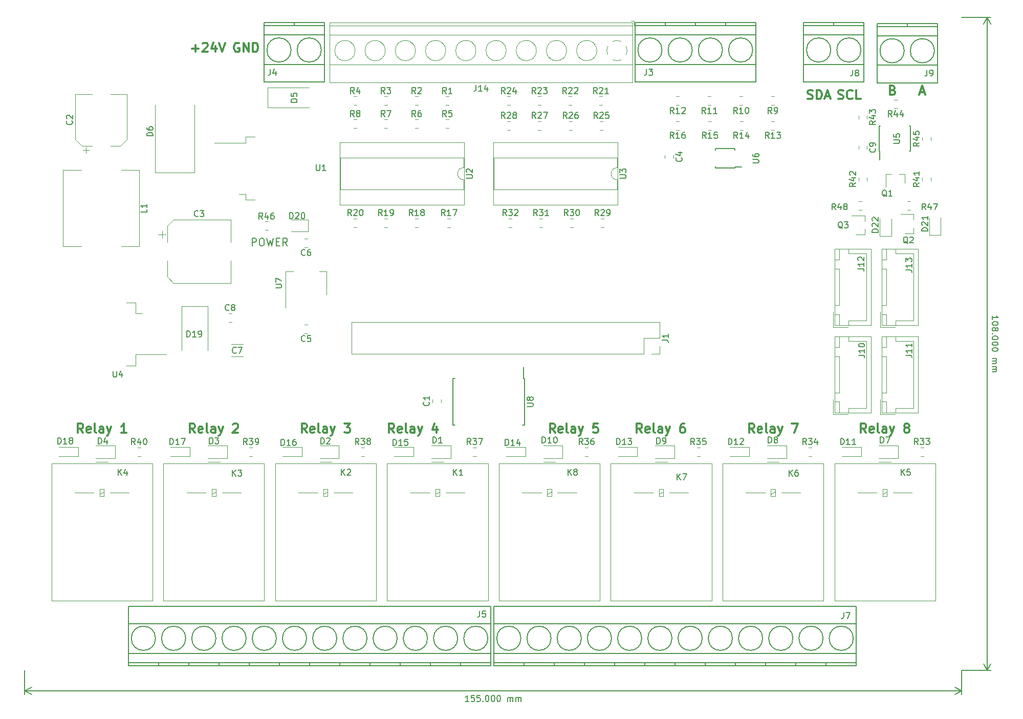
<source format=gbr>
G04 #@! TF.GenerationSoftware,KiCad,Pcbnew,5.1.2-f72e74a~84~ubuntu18.04.1*
G04 #@! TF.CreationDate,2019-07-22T16:22:56+05:30*
G04 #@! TF.ProjectId,openPlc_Rpi,6f70656e-506c-4635-9f52-70692e6b6963,rev?*
G04 #@! TF.SameCoordinates,Original*
G04 #@! TF.FileFunction,Legend,Top*
G04 #@! TF.FilePolarity,Positive*
%FSLAX46Y46*%
G04 Gerber Fmt 4.6, Leading zero omitted, Abs format (unit mm)*
G04 Created by KiCad (PCBNEW 5.1.2-f72e74a~84~ubuntu18.04.1) date 2019-07-22 16:22:56*
%MOMM*%
%LPD*%
G04 APERTURE LIST*
%ADD10C,0.150000*%
%ADD11C,0.300000*%
%ADD12C,0.120000*%
G04 APERTURE END LIST*
D10*
X70813095Y-85315476D02*
X70813095Y-84065476D01*
X71289285Y-84065476D01*
X71408333Y-84125000D01*
X71467857Y-84184523D01*
X71527380Y-84303571D01*
X71527380Y-84482142D01*
X71467857Y-84601190D01*
X71408333Y-84660714D01*
X71289285Y-84720238D01*
X70813095Y-84720238D01*
X72301190Y-84065476D02*
X72539285Y-84065476D01*
X72658333Y-84125000D01*
X72777380Y-84244047D01*
X72836904Y-84482142D01*
X72836904Y-84898809D01*
X72777380Y-85136904D01*
X72658333Y-85255952D01*
X72539285Y-85315476D01*
X72301190Y-85315476D01*
X72182142Y-85255952D01*
X72063095Y-85136904D01*
X72003571Y-84898809D01*
X72003571Y-84482142D01*
X72063095Y-84244047D01*
X72182142Y-84125000D01*
X72301190Y-84065476D01*
X73253571Y-84065476D02*
X73551190Y-85315476D01*
X73789285Y-84422619D01*
X74027380Y-85315476D01*
X74325000Y-84065476D01*
X74801190Y-84660714D02*
X75217857Y-84660714D01*
X75396428Y-85315476D02*
X74801190Y-85315476D01*
X74801190Y-84065476D01*
X75396428Y-84065476D01*
X76646428Y-85315476D02*
X76229761Y-84720238D01*
X75932142Y-85315476D02*
X75932142Y-84065476D01*
X76408333Y-84065476D01*
X76527380Y-84125000D01*
X76586904Y-84184523D01*
X76646428Y-84303571D01*
X76646428Y-84482142D01*
X76586904Y-84601190D01*
X76527380Y-84660714D01*
X76408333Y-84720238D01*
X75932142Y-84720238D01*
X106666380Y-160652380D02*
X106094952Y-160652380D01*
X106380666Y-160652380D02*
X106380666Y-159652380D01*
X106285428Y-159795238D01*
X106190190Y-159890476D01*
X106094952Y-159938095D01*
X107571142Y-159652380D02*
X107094952Y-159652380D01*
X107047333Y-160128571D01*
X107094952Y-160080952D01*
X107190190Y-160033333D01*
X107428285Y-160033333D01*
X107523523Y-160080952D01*
X107571142Y-160128571D01*
X107618761Y-160223809D01*
X107618761Y-160461904D01*
X107571142Y-160557142D01*
X107523523Y-160604761D01*
X107428285Y-160652380D01*
X107190190Y-160652380D01*
X107094952Y-160604761D01*
X107047333Y-160557142D01*
X108523523Y-159652380D02*
X108047333Y-159652380D01*
X107999714Y-160128571D01*
X108047333Y-160080952D01*
X108142571Y-160033333D01*
X108380666Y-160033333D01*
X108475904Y-160080952D01*
X108523523Y-160128571D01*
X108571142Y-160223809D01*
X108571142Y-160461904D01*
X108523523Y-160557142D01*
X108475904Y-160604761D01*
X108380666Y-160652380D01*
X108142571Y-160652380D01*
X108047333Y-160604761D01*
X107999714Y-160557142D01*
X108999714Y-160557142D02*
X109047333Y-160604761D01*
X108999714Y-160652380D01*
X108952095Y-160604761D01*
X108999714Y-160557142D01*
X108999714Y-160652380D01*
X109666380Y-159652380D02*
X109761619Y-159652380D01*
X109856857Y-159700000D01*
X109904476Y-159747619D01*
X109952095Y-159842857D01*
X109999714Y-160033333D01*
X109999714Y-160271428D01*
X109952095Y-160461904D01*
X109904476Y-160557142D01*
X109856857Y-160604761D01*
X109761619Y-160652380D01*
X109666380Y-160652380D01*
X109571142Y-160604761D01*
X109523523Y-160557142D01*
X109475904Y-160461904D01*
X109428285Y-160271428D01*
X109428285Y-160033333D01*
X109475904Y-159842857D01*
X109523523Y-159747619D01*
X109571142Y-159700000D01*
X109666380Y-159652380D01*
X110618761Y-159652380D02*
X110714000Y-159652380D01*
X110809238Y-159700000D01*
X110856857Y-159747619D01*
X110904476Y-159842857D01*
X110952095Y-160033333D01*
X110952095Y-160271428D01*
X110904476Y-160461904D01*
X110856857Y-160557142D01*
X110809238Y-160604761D01*
X110714000Y-160652380D01*
X110618761Y-160652380D01*
X110523523Y-160604761D01*
X110475904Y-160557142D01*
X110428285Y-160461904D01*
X110380666Y-160271428D01*
X110380666Y-160033333D01*
X110428285Y-159842857D01*
X110475904Y-159747619D01*
X110523523Y-159700000D01*
X110618761Y-159652380D01*
X111571142Y-159652380D02*
X111666380Y-159652380D01*
X111761619Y-159700000D01*
X111809238Y-159747619D01*
X111856857Y-159842857D01*
X111904476Y-160033333D01*
X111904476Y-160271428D01*
X111856857Y-160461904D01*
X111809238Y-160557142D01*
X111761619Y-160604761D01*
X111666380Y-160652380D01*
X111571142Y-160652380D01*
X111475904Y-160604761D01*
X111428285Y-160557142D01*
X111380666Y-160461904D01*
X111333047Y-160271428D01*
X111333047Y-160033333D01*
X111380666Y-159842857D01*
X111428285Y-159747619D01*
X111475904Y-159700000D01*
X111571142Y-159652380D01*
X113094952Y-160652380D02*
X113094952Y-159985714D01*
X113094952Y-160080952D02*
X113142571Y-160033333D01*
X113237809Y-159985714D01*
X113380666Y-159985714D01*
X113475904Y-160033333D01*
X113523523Y-160128571D01*
X113523523Y-160652380D01*
X113523523Y-160128571D02*
X113571142Y-160033333D01*
X113666380Y-159985714D01*
X113809238Y-159985714D01*
X113904476Y-160033333D01*
X113952095Y-160128571D01*
X113952095Y-160652380D01*
X114428285Y-160652380D02*
X114428285Y-159985714D01*
X114428285Y-160080952D02*
X114475904Y-160033333D01*
X114571142Y-159985714D01*
X114714000Y-159985714D01*
X114809238Y-160033333D01*
X114856857Y-160128571D01*
X114856857Y-160652380D01*
X114856857Y-160128571D02*
X114904476Y-160033333D01*
X114999714Y-159985714D01*
X115142571Y-159985714D01*
X115237809Y-160033333D01*
X115285428Y-160128571D01*
X115285428Y-160652380D01*
X33214000Y-158900000D02*
X188214000Y-158900000D01*
X33214000Y-155554000D02*
X33214000Y-159486421D01*
X188214000Y-155554000D02*
X188214000Y-159486421D01*
X188214000Y-158900000D02*
X187087496Y-159486421D01*
X188214000Y-158900000D02*
X187087496Y-158313579D01*
X33214000Y-158900000D02*
X34340504Y-159486421D01*
X33214000Y-158900000D02*
X34340504Y-158313579D01*
X193247619Y-97506380D02*
X193247619Y-96934952D01*
X193247619Y-97220666D02*
X194247619Y-97220666D01*
X194104761Y-97125428D01*
X194009523Y-97030190D01*
X193961904Y-96934952D01*
X194247619Y-98125428D02*
X194247619Y-98220666D01*
X194200000Y-98315904D01*
X194152380Y-98363523D01*
X194057142Y-98411142D01*
X193866666Y-98458761D01*
X193628571Y-98458761D01*
X193438095Y-98411142D01*
X193342857Y-98363523D01*
X193295238Y-98315904D01*
X193247619Y-98220666D01*
X193247619Y-98125428D01*
X193295238Y-98030190D01*
X193342857Y-97982571D01*
X193438095Y-97934952D01*
X193628571Y-97887333D01*
X193866666Y-97887333D01*
X194057142Y-97934952D01*
X194152380Y-97982571D01*
X194200000Y-98030190D01*
X194247619Y-98125428D01*
X193819047Y-99030190D02*
X193866666Y-98934952D01*
X193914285Y-98887333D01*
X194009523Y-98839714D01*
X194057142Y-98839714D01*
X194152380Y-98887333D01*
X194200000Y-98934952D01*
X194247619Y-99030190D01*
X194247619Y-99220666D01*
X194200000Y-99315904D01*
X194152380Y-99363523D01*
X194057142Y-99411142D01*
X194009523Y-99411142D01*
X193914285Y-99363523D01*
X193866666Y-99315904D01*
X193819047Y-99220666D01*
X193819047Y-99030190D01*
X193771428Y-98934952D01*
X193723809Y-98887333D01*
X193628571Y-98839714D01*
X193438095Y-98839714D01*
X193342857Y-98887333D01*
X193295238Y-98934952D01*
X193247619Y-99030190D01*
X193247619Y-99220666D01*
X193295238Y-99315904D01*
X193342857Y-99363523D01*
X193438095Y-99411142D01*
X193628571Y-99411142D01*
X193723809Y-99363523D01*
X193771428Y-99315904D01*
X193819047Y-99220666D01*
X193342857Y-99839714D02*
X193295238Y-99887333D01*
X193247619Y-99839714D01*
X193295238Y-99792095D01*
X193342857Y-99839714D01*
X193247619Y-99839714D01*
X194247619Y-100506380D02*
X194247619Y-100601619D01*
X194200000Y-100696857D01*
X194152380Y-100744476D01*
X194057142Y-100792095D01*
X193866666Y-100839714D01*
X193628571Y-100839714D01*
X193438095Y-100792095D01*
X193342857Y-100744476D01*
X193295238Y-100696857D01*
X193247619Y-100601619D01*
X193247619Y-100506380D01*
X193295238Y-100411142D01*
X193342857Y-100363523D01*
X193438095Y-100315904D01*
X193628571Y-100268285D01*
X193866666Y-100268285D01*
X194057142Y-100315904D01*
X194152380Y-100363523D01*
X194200000Y-100411142D01*
X194247619Y-100506380D01*
X194247619Y-101458761D02*
X194247619Y-101554000D01*
X194200000Y-101649238D01*
X194152380Y-101696857D01*
X194057142Y-101744476D01*
X193866666Y-101792095D01*
X193628571Y-101792095D01*
X193438095Y-101744476D01*
X193342857Y-101696857D01*
X193295238Y-101649238D01*
X193247619Y-101554000D01*
X193247619Y-101458761D01*
X193295238Y-101363523D01*
X193342857Y-101315904D01*
X193438095Y-101268285D01*
X193628571Y-101220666D01*
X193866666Y-101220666D01*
X194057142Y-101268285D01*
X194152380Y-101315904D01*
X194200000Y-101363523D01*
X194247619Y-101458761D01*
X194247619Y-102411142D02*
X194247619Y-102506380D01*
X194200000Y-102601619D01*
X194152380Y-102649238D01*
X194057142Y-102696857D01*
X193866666Y-102744476D01*
X193628571Y-102744476D01*
X193438095Y-102696857D01*
X193342857Y-102649238D01*
X193295238Y-102601619D01*
X193247619Y-102506380D01*
X193247619Y-102411142D01*
X193295238Y-102315904D01*
X193342857Y-102268285D01*
X193438095Y-102220666D01*
X193628571Y-102173047D01*
X193866666Y-102173047D01*
X194057142Y-102220666D01*
X194152380Y-102268285D01*
X194200000Y-102315904D01*
X194247619Y-102411142D01*
X193247619Y-103934952D02*
X193914285Y-103934952D01*
X193819047Y-103934952D02*
X193866666Y-103982571D01*
X193914285Y-104077809D01*
X193914285Y-104220666D01*
X193866666Y-104315904D01*
X193771428Y-104363523D01*
X193247619Y-104363523D01*
X193771428Y-104363523D02*
X193866666Y-104411142D01*
X193914285Y-104506380D01*
X193914285Y-104649238D01*
X193866666Y-104744476D01*
X193771428Y-104792095D01*
X193247619Y-104792095D01*
X193247619Y-105268285D02*
X193914285Y-105268285D01*
X193819047Y-105268285D02*
X193866666Y-105315904D01*
X193914285Y-105411142D01*
X193914285Y-105554000D01*
X193866666Y-105649238D01*
X193771428Y-105696857D01*
X193247619Y-105696857D01*
X193771428Y-105696857D02*
X193866666Y-105744476D01*
X193914285Y-105839714D01*
X193914285Y-105982571D01*
X193866666Y-106077809D01*
X193771428Y-106125428D01*
X193247619Y-106125428D01*
X192400000Y-47554000D02*
X192400000Y-155554000D01*
X188214000Y-47554000D02*
X192986421Y-47554000D01*
X188214000Y-155554000D02*
X192986421Y-155554000D01*
X192400000Y-155554000D02*
X191813579Y-154427496D01*
X192400000Y-155554000D02*
X192986421Y-154427496D01*
X192400000Y-47554000D02*
X191813579Y-48680504D01*
X192400000Y-47554000D02*
X192986421Y-48680504D01*
D11*
X68657142Y-51840000D02*
X68514285Y-51768571D01*
X68300000Y-51768571D01*
X68085714Y-51840000D01*
X67942857Y-51982857D01*
X67871428Y-52125714D01*
X67800000Y-52411428D01*
X67800000Y-52625714D01*
X67871428Y-52911428D01*
X67942857Y-53054285D01*
X68085714Y-53197142D01*
X68300000Y-53268571D01*
X68442857Y-53268571D01*
X68657142Y-53197142D01*
X68728571Y-53125714D01*
X68728571Y-52625714D01*
X68442857Y-52625714D01*
X69371428Y-53268571D02*
X69371428Y-51768571D01*
X70228571Y-53268571D01*
X70228571Y-51768571D01*
X70942857Y-53268571D02*
X70942857Y-51768571D01*
X71300000Y-51768571D01*
X71514285Y-51840000D01*
X71657142Y-51982857D01*
X71728571Y-52125714D01*
X71800000Y-52411428D01*
X71800000Y-52625714D01*
X71728571Y-52911428D01*
X71657142Y-53054285D01*
X71514285Y-53197142D01*
X71300000Y-53268571D01*
X70942857Y-53268571D01*
X60857142Y-52697142D02*
X62000000Y-52697142D01*
X61428571Y-53268571D02*
X61428571Y-52125714D01*
X62642857Y-51911428D02*
X62714285Y-51840000D01*
X62857142Y-51768571D01*
X63214285Y-51768571D01*
X63357142Y-51840000D01*
X63428571Y-51911428D01*
X63500000Y-52054285D01*
X63500000Y-52197142D01*
X63428571Y-52411428D01*
X62571428Y-53268571D01*
X63500000Y-53268571D01*
X64785714Y-52268571D02*
X64785714Y-53268571D01*
X64428571Y-51697142D02*
X64071428Y-52768571D01*
X65000000Y-52768571D01*
X65357142Y-51768571D02*
X65857142Y-53268571D01*
X66357142Y-51768571D01*
X167764285Y-60997142D02*
X167978571Y-61068571D01*
X168335714Y-61068571D01*
X168478571Y-60997142D01*
X168550000Y-60925714D01*
X168621428Y-60782857D01*
X168621428Y-60640000D01*
X168550000Y-60497142D01*
X168478571Y-60425714D01*
X168335714Y-60354285D01*
X168050000Y-60282857D01*
X167907142Y-60211428D01*
X167835714Y-60140000D01*
X167764285Y-59997142D01*
X167764285Y-59854285D01*
X167835714Y-59711428D01*
X167907142Y-59640000D01*
X168050000Y-59568571D01*
X168407142Y-59568571D01*
X168621428Y-59640000D01*
X170121428Y-60925714D02*
X170050000Y-60997142D01*
X169835714Y-61068571D01*
X169692857Y-61068571D01*
X169478571Y-60997142D01*
X169335714Y-60854285D01*
X169264285Y-60711428D01*
X169192857Y-60425714D01*
X169192857Y-60211428D01*
X169264285Y-59925714D01*
X169335714Y-59782857D01*
X169478571Y-59640000D01*
X169692857Y-59568571D01*
X169835714Y-59568571D01*
X170050000Y-59640000D01*
X170121428Y-59711428D01*
X171478571Y-61068571D02*
X170764285Y-61068571D01*
X170764285Y-59568571D01*
X162728571Y-60997142D02*
X162942857Y-61068571D01*
X163300000Y-61068571D01*
X163442857Y-60997142D01*
X163514285Y-60925714D01*
X163585714Y-60782857D01*
X163585714Y-60640000D01*
X163514285Y-60497142D01*
X163442857Y-60425714D01*
X163300000Y-60354285D01*
X163014285Y-60282857D01*
X162871428Y-60211428D01*
X162800000Y-60140000D01*
X162728571Y-59997142D01*
X162728571Y-59854285D01*
X162800000Y-59711428D01*
X162871428Y-59640000D01*
X163014285Y-59568571D01*
X163371428Y-59568571D01*
X163585714Y-59640000D01*
X164228571Y-61068571D02*
X164228571Y-59568571D01*
X164585714Y-59568571D01*
X164800000Y-59640000D01*
X164942857Y-59782857D01*
X165014285Y-59925714D01*
X165085714Y-60211428D01*
X165085714Y-60425714D01*
X165014285Y-60711428D01*
X164942857Y-60854285D01*
X164800000Y-60997142D01*
X164585714Y-61068571D01*
X164228571Y-61068571D01*
X165657142Y-60640000D02*
X166371428Y-60640000D01*
X165514285Y-61068571D02*
X166014285Y-59568571D01*
X166514285Y-61068571D01*
X176807142Y-59582857D02*
X177021428Y-59654285D01*
X177092857Y-59725714D01*
X177164285Y-59868571D01*
X177164285Y-60082857D01*
X177092857Y-60225714D01*
X177021428Y-60297142D01*
X176878571Y-60368571D01*
X176307142Y-60368571D01*
X176307142Y-58868571D01*
X176807142Y-58868571D01*
X176950000Y-58940000D01*
X177021428Y-59011428D01*
X177092857Y-59154285D01*
X177092857Y-59297142D01*
X177021428Y-59440000D01*
X176950000Y-59511428D01*
X176807142Y-59582857D01*
X176307142Y-59582857D01*
X181342857Y-59940000D02*
X182057142Y-59940000D01*
X181200000Y-60368571D02*
X181700000Y-58868571D01*
X182200000Y-60368571D01*
X172406857Y-116248571D02*
X171906857Y-115534285D01*
X171549714Y-116248571D02*
X171549714Y-114748571D01*
X172121142Y-114748571D01*
X172264000Y-114820000D01*
X172335428Y-114891428D01*
X172406857Y-115034285D01*
X172406857Y-115248571D01*
X172335428Y-115391428D01*
X172264000Y-115462857D01*
X172121142Y-115534285D01*
X171549714Y-115534285D01*
X173621142Y-116177142D02*
X173478285Y-116248571D01*
X173192571Y-116248571D01*
X173049714Y-116177142D01*
X172978285Y-116034285D01*
X172978285Y-115462857D01*
X173049714Y-115320000D01*
X173192571Y-115248571D01*
X173478285Y-115248571D01*
X173621142Y-115320000D01*
X173692571Y-115462857D01*
X173692571Y-115605714D01*
X172978285Y-115748571D01*
X174549714Y-116248571D02*
X174406857Y-116177142D01*
X174335428Y-116034285D01*
X174335428Y-114748571D01*
X175764000Y-116248571D02*
X175764000Y-115462857D01*
X175692571Y-115320000D01*
X175549714Y-115248571D01*
X175264000Y-115248571D01*
X175121142Y-115320000D01*
X175764000Y-116177142D02*
X175621142Y-116248571D01*
X175264000Y-116248571D01*
X175121142Y-116177142D01*
X175049714Y-116034285D01*
X175049714Y-115891428D01*
X175121142Y-115748571D01*
X175264000Y-115677142D01*
X175621142Y-115677142D01*
X175764000Y-115605714D01*
X176335428Y-115248571D02*
X176692571Y-116248571D01*
X177049714Y-115248571D02*
X176692571Y-116248571D01*
X176549714Y-116605714D01*
X176478285Y-116677142D01*
X176335428Y-116748571D01*
X178978285Y-115391428D02*
X178835428Y-115320000D01*
X178764000Y-115248571D01*
X178692571Y-115105714D01*
X178692571Y-115034285D01*
X178764000Y-114891428D01*
X178835428Y-114820000D01*
X178978285Y-114748571D01*
X179264000Y-114748571D01*
X179406857Y-114820000D01*
X179478285Y-114891428D01*
X179549714Y-115034285D01*
X179549714Y-115105714D01*
X179478285Y-115248571D01*
X179406857Y-115320000D01*
X179264000Y-115391428D01*
X178978285Y-115391428D01*
X178835428Y-115462857D01*
X178764000Y-115534285D01*
X178692571Y-115677142D01*
X178692571Y-115962857D01*
X178764000Y-116105714D01*
X178835428Y-116177142D01*
X178978285Y-116248571D01*
X179264000Y-116248571D01*
X179406857Y-116177142D01*
X179478285Y-116105714D01*
X179549714Y-115962857D01*
X179549714Y-115677142D01*
X179478285Y-115534285D01*
X179406857Y-115462857D01*
X179264000Y-115391428D01*
X153901141Y-116248571D02*
X153401141Y-115534285D01*
X153043998Y-116248571D02*
X153043998Y-114748571D01*
X153615426Y-114748571D01*
X153758284Y-114820000D01*
X153829712Y-114891428D01*
X153901141Y-115034285D01*
X153901141Y-115248571D01*
X153829712Y-115391428D01*
X153758284Y-115462857D01*
X153615426Y-115534285D01*
X153043998Y-115534285D01*
X155115426Y-116177142D02*
X154972569Y-116248571D01*
X154686855Y-116248571D01*
X154543998Y-116177142D01*
X154472569Y-116034285D01*
X154472569Y-115462857D01*
X154543998Y-115320000D01*
X154686855Y-115248571D01*
X154972569Y-115248571D01*
X155115426Y-115320000D01*
X155186855Y-115462857D01*
X155186855Y-115605714D01*
X154472569Y-115748571D01*
X156043998Y-116248571D02*
X155901141Y-116177142D01*
X155829712Y-116034285D01*
X155829712Y-114748571D01*
X157258284Y-116248571D02*
X157258284Y-115462857D01*
X157186855Y-115320000D01*
X157043998Y-115248571D01*
X156758284Y-115248571D01*
X156615426Y-115320000D01*
X157258284Y-116177142D02*
X157115426Y-116248571D01*
X156758284Y-116248571D01*
X156615426Y-116177142D01*
X156543998Y-116034285D01*
X156543998Y-115891428D01*
X156615426Y-115748571D01*
X156758284Y-115677142D01*
X157115426Y-115677142D01*
X157258284Y-115605714D01*
X157829712Y-115248571D02*
X158186855Y-116248571D01*
X158543998Y-115248571D02*
X158186855Y-116248571D01*
X158043998Y-116605714D01*
X157972569Y-116677142D01*
X157829712Y-116748571D01*
X160115426Y-114748571D02*
X161115426Y-114748571D01*
X160472569Y-116248571D01*
X135322857Y-116248571D02*
X134822857Y-115534285D01*
X134465714Y-116248571D02*
X134465714Y-114748571D01*
X135037142Y-114748571D01*
X135180000Y-114820000D01*
X135251428Y-114891428D01*
X135322857Y-115034285D01*
X135322857Y-115248571D01*
X135251428Y-115391428D01*
X135180000Y-115462857D01*
X135037142Y-115534285D01*
X134465714Y-115534285D01*
X136537142Y-116177142D02*
X136394285Y-116248571D01*
X136108571Y-116248571D01*
X135965714Y-116177142D01*
X135894285Y-116034285D01*
X135894285Y-115462857D01*
X135965714Y-115320000D01*
X136108571Y-115248571D01*
X136394285Y-115248571D01*
X136537142Y-115320000D01*
X136608571Y-115462857D01*
X136608571Y-115605714D01*
X135894285Y-115748571D01*
X137465714Y-116248571D02*
X137322857Y-116177142D01*
X137251428Y-116034285D01*
X137251428Y-114748571D01*
X138680000Y-116248571D02*
X138680000Y-115462857D01*
X138608571Y-115320000D01*
X138465714Y-115248571D01*
X138180000Y-115248571D01*
X138037142Y-115320000D01*
X138680000Y-116177142D02*
X138537142Y-116248571D01*
X138180000Y-116248571D01*
X138037142Y-116177142D01*
X137965714Y-116034285D01*
X137965714Y-115891428D01*
X138037142Y-115748571D01*
X138180000Y-115677142D01*
X138537142Y-115677142D01*
X138680000Y-115605714D01*
X139251428Y-115248571D02*
X139608571Y-116248571D01*
X139965714Y-115248571D02*
X139608571Y-116248571D01*
X139465714Y-116605714D01*
X139394285Y-116677142D01*
X139251428Y-116748571D01*
X142322857Y-114748571D02*
X142037142Y-114748571D01*
X141894285Y-114820000D01*
X141822857Y-114891428D01*
X141680000Y-115105714D01*
X141608571Y-115391428D01*
X141608571Y-115962857D01*
X141680000Y-116105714D01*
X141751428Y-116177142D01*
X141894285Y-116248571D01*
X142180000Y-116248571D01*
X142322857Y-116177142D01*
X142394285Y-116105714D01*
X142465714Y-115962857D01*
X142465714Y-115605714D01*
X142394285Y-115462857D01*
X142322857Y-115391428D01*
X142180000Y-115320000D01*
X141894285Y-115320000D01*
X141751428Y-115391428D01*
X141680000Y-115462857D01*
X141608571Y-115605714D01*
X120943285Y-116248571D02*
X120443285Y-115534285D01*
X120086142Y-116248571D02*
X120086142Y-114748571D01*
X120657570Y-114748571D01*
X120800428Y-114820000D01*
X120871856Y-114891428D01*
X120943285Y-115034285D01*
X120943285Y-115248571D01*
X120871856Y-115391428D01*
X120800428Y-115462857D01*
X120657570Y-115534285D01*
X120086142Y-115534285D01*
X122157570Y-116177142D02*
X122014713Y-116248571D01*
X121728999Y-116248571D01*
X121586142Y-116177142D01*
X121514713Y-116034285D01*
X121514713Y-115462857D01*
X121586142Y-115320000D01*
X121728999Y-115248571D01*
X122014713Y-115248571D01*
X122157570Y-115320000D01*
X122228999Y-115462857D01*
X122228999Y-115605714D01*
X121514713Y-115748571D01*
X123086142Y-116248571D02*
X122943285Y-116177142D01*
X122871856Y-116034285D01*
X122871856Y-114748571D01*
X124300428Y-116248571D02*
X124300428Y-115462857D01*
X124228999Y-115320000D01*
X124086142Y-115248571D01*
X123800428Y-115248571D01*
X123657570Y-115320000D01*
X124300428Y-116177142D02*
X124157570Y-116248571D01*
X123800428Y-116248571D01*
X123657570Y-116177142D01*
X123586142Y-116034285D01*
X123586142Y-115891428D01*
X123657570Y-115748571D01*
X123800428Y-115677142D01*
X124157570Y-115677142D01*
X124300428Y-115605714D01*
X124871856Y-115248571D02*
X125228999Y-116248571D01*
X125586142Y-115248571D02*
X125228999Y-116248571D01*
X125086142Y-116605714D01*
X125014713Y-116677142D01*
X124871856Y-116748571D01*
X128014713Y-114748571D02*
X127300428Y-114748571D01*
X127228999Y-115462857D01*
X127300428Y-115391428D01*
X127443285Y-115320000D01*
X127800428Y-115320000D01*
X127943285Y-115391428D01*
X128014713Y-115462857D01*
X128086142Y-115605714D01*
X128086142Y-115962857D01*
X128014713Y-116105714D01*
X127943285Y-116177142D01*
X127800428Y-116248571D01*
X127443285Y-116248571D01*
X127300428Y-116177142D01*
X127228999Y-116105714D01*
X94330426Y-116248571D02*
X93830426Y-115534285D01*
X93473283Y-116248571D02*
X93473283Y-114748571D01*
X94044711Y-114748571D01*
X94187569Y-114820000D01*
X94258997Y-114891428D01*
X94330426Y-115034285D01*
X94330426Y-115248571D01*
X94258997Y-115391428D01*
X94187569Y-115462857D01*
X94044711Y-115534285D01*
X93473283Y-115534285D01*
X95544711Y-116177142D02*
X95401854Y-116248571D01*
X95116140Y-116248571D01*
X94973283Y-116177142D01*
X94901854Y-116034285D01*
X94901854Y-115462857D01*
X94973283Y-115320000D01*
X95116140Y-115248571D01*
X95401854Y-115248571D01*
X95544711Y-115320000D01*
X95616140Y-115462857D01*
X95616140Y-115605714D01*
X94901854Y-115748571D01*
X96473283Y-116248571D02*
X96330426Y-116177142D01*
X96258997Y-116034285D01*
X96258997Y-114748571D01*
X97687569Y-116248571D02*
X97687569Y-115462857D01*
X97616140Y-115320000D01*
X97473283Y-115248571D01*
X97187569Y-115248571D01*
X97044711Y-115320000D01*
X97687569Y-116177142D02*
X97544711Y-116248571D01*
X97187569Y-116248571D01*
X97044711Y-116177142D01*
X96973283Y-116034285D01*
X96973283Y-115891428D01*
X97044711Y-115748571D01*
X97187569Y-115677142D01*
X97544711Y-115677142D01*
X97687569Y-115605714D01*
X98258997Y-115248571D02*
X98616140Y-116248571D01*
X98973283Y-115248571D02*
X98616140Y-116248571D01*
X98473283Y-116605714D01*
X98401854Y-116677142D01*
X98258997Y-116748571D01*
X101330426Y-115248571D02*
X101330426Y-116248571D01*
X100973283Y-114677142D02*
X100616140Y-115748571D01*
X101544711Y-115748571D01*
X79878285Y-116248571D02*
X79378285Y-115534285D01*
X79021142Y-116248571D02*
X79021142Y-114748571D01*
X79592570Y-114748571D01*
X79735428Y-114820000D01*
X79806856Y-114891428D01*
X79878285Y-115034285D01*
X79878285Y-115248571D01*
X79806856Y-115391428D01*
X79735428Y-115462857D01*
X79592570Y-115534285D01*
X79021142Y-115534285D01*
X81092570Y-116177142D02*
X80949713Y-116248571D01*
X80663999Y-116248571D01*
X80521142Y-116177142D01*
X80449713Y-116034285D01*
X80449713Y-115462857D01*
X80521142Y-115320000D01*
X80663999Y-115248571D01*
X80949713Y-115248571D01*
X81092570Y-115320000D01*
X81163999Y-115462857D01*
X81163999Y-115605714D01*
X80449713Y-115748571D01*
X82021142Y-116248571D02*
X81878285Y-116177142D01*
X81806856Y-116034285D01*
X81806856Y-114748571D01*
X83235428Y-116248571D02*
X83235428Y-115462857D01*
X83163999Y-115320000D01*
X83021142Y-115248571D01*
X82735428Y-115248571D01*
X82592570Y-115320000D01*
X83235428Y-116177142D02*
X83092570Y-116248571D01*
X82735428Y-116248571D01*
X82592570Y-116177142D01*
X82521142Y-116034285D01*
X82521142Y-115891428D01*
X82592570Y-115748571D01*
X82735428Y-115677142D01*
X83092570Y-115677142D01*
X83235428Y-115605714D01*
X83806856Y-115248571D02*
X84163999Y-116248571D01*
X84521142Y-115248571D02*
X84163999Y-116248571D01*
X84021142Y-116605714D01*
X83949713Y-116677142D01*
X83806856Y-116748571D01*
X86092570Y-114748571D02*
X87021142Y-114748571D01*
X86521142Y-115320000D01*
X86735428Y-115320000D01*
X86878285Y-115391428D01*
X86949713Y-115462857D01*
X87021142Y-115605714D01*
X87021142Y-115962857D01*
X86949713Y-116105714D01*
X86878285Y-116177142D01*
X86735428Y-116248571D01*
X86306856Y-116248571D01*
X86163999Y-116177142D01*
X86092570Y-116105714D01*
X61372571Y-116248571D02*
X60872571Y-115534285D01*
X60515428Y-116248571D02*
X60515428Y-114748571D01*
X61086856Y-114748571D01*
X61229714Y-114820000D01*
X61301142Y-114891428D01*
X61372571Y-115034285D01*
X61372571Y-115248571D01*
X61301142Y-115391428D01*
X61229714Y-115462857D01*
X61086856Y-115534285D01*
X60515428Y-115534285D01*
X62586856Y-116177142D02*
X62443999Y-116248571D01*
X62158285Y-116248571D01*
X62015428Y-116177142D01*
X61943999Y-116034285D01*
X61943999Y-115462857D01*
X62015428Y-115320000D01*
X62158285Y-115248571D01*
X62443999Y-115248571D01*
X62586856Y-115320000D01*
X62658285Y-115462857D01*
X62658285Y-115605714D01*
X61943999Y-115748571D01*
X63515428Y-116248571D02*
X63372571Y-116177142D01*
X63301142Y-116034285D01*
X63301142Y-114748571D01*
X64729714Y-116248571D02*
X64729714Y-115462857D01*
X64658285Y-115320000D01*
X64515428Y-115248571D01*
X64229714Y-115248571D01*
X64086856Y-115320000D01*
X64729714Y-116177142D02*
X64586856Y-116248571D01*
X64229714Y-116248571D01*
X64086856Y-116177142D01*
X64015428Y-116034285D01*
X64015428Y-115891428D01*
X64086856Y-115748571D01*
X64229714Y-115677142D01*
X64586856Y-115677142D01*
X64729714Y-115605714D01*
X65301142Y-115248571D02*
X65658285Y-116248571D01*
X66015428Y-115248571D02*
X65658285Y-116248571D01*
X65515428Y-116605714D01*
X65443999Y-116677142D01*
X65301142Y-116748571D01*
X67658285Y-114891428D02*
X67729714Y-114820000D01*
X67872571Y-114748571D01*
X68229714Y-114748571D01*
X68372571Y-114820000D01*
X68443999Y-114891428D01*
X68515428Y-115034285D01*
X68515428Y-115177142D01*
X68443999Y-115391428D01*
X67586856Y-116248571D01*
X68515428Y-116248571D01*
X42866857Y-116248571D02*
X42366857Y-115534285D01*
X42009714Y-116248571D02*
X42009714Y-114748571D01*
X42581142Y-114748571D01*
X42724000Y-114820000D01*
X42795428Y-114891428D01*
X42866857Y-115034285D01*
X42866857Y-115248571D01*
X42795428Y-115391428D01*
X42724000Y-115462857D01*
X42581142Y-115534285D01*
X42009714Y-115534285D01*
X44081142Y-116177142D02*
X43938285Y-116248571D01*
X43652571Y-116248571D01*
X43509714Y-116177142D01*
X43438285Y-116034285D01*
X43438285Y-115462857D01*
X43509714Y-115320000D01*
X43652571Y-115248571D01*
X43938285Y-115248571D01*
X44081142Y-115320000D01*
X44152571Y-115462857D01*
X44152571Y-115605714D01*
X43438285Y-115748571D01*
X45009714Y-116248571D02*
X44866857Y-116177142D01*
X44795428Y-116034285D01*
X44795428Y-114748571D01*
X46224000Y-116248571D02*
X46224000Y-115462857D01*
X46152571Y-115320000D01*
X46009714Y-115248571D01*
X45724000Y-115248571D01*
X45581142Y-115320000D01*
X46224000Y-116177142D02*
X46081142Y-116248571D01*
X45724000Y-116248571D01*
X45581142Y-116177142D01*
X45509714Y-116034285D01*
X45509714Y-115891428D01*
X45581142Y-115748571D01*
X45724000Y-115677142D01*
X46081142Y-115677142D01*
X46224000Y-115605714D01*
X46795428Y-115248571D02*
X47152571Y-116248571D01*
X47509714Y-115248571D02*
X47152571Y-116248571D01*
X47009714Y-116605714D01*
X46938285Y-116677142D01*
X46795428Y-116748571D01*
X50009714Y-116248571D02*
X49152571Y-116248571D01*
X49581142Y-116248571D02*
X49581142Y-114748571D01*
X49438285Y-114962857D01*
X49295428Y-115105714D01*
X49152571Y-115177142D01*
D12*
X171138748Y-79410000D02*
X171661252Y-79410000D01*
X171138748Y-77990000D02*
X171661252Y-77990000D01*
X179238748Y-79410000D02*
X179761252Y-79410000D01*
X179238748Y-77990000D02*
X179761252Y-77990000D01*
X72938748Y-82710000D02*
X73461252Y-82710000D01*
X72938748Y-81290000D02*
X73461252Y-81290000D01*
X172160000Y-83480000D02*
X170700000Y-83480000D01*
X172160000Y-80320000D02*
X170000000Y-80320000D01*
X172160000Y-80320000D02*
X172160000Y-81250000D01*
X172160000Y-83480000D02*
X172160000Y-82550000D01*
X180260000Y-83280000D02*
X178800000Y-83280000D01*
X180260000Y-80120000D02*
X178100000Y-80120000D01*
X180260000Y-80120000D02*
X180260000Y-81050000D01*
X180260000Y-83280000D02*
X180260000Y-82350000D01*
X176560000Y-83737500D02*
X176560000Y-80877500D01*
X174640000Y-83737500D02*
X176560000Y-83737500D01*
X174640000Y-80877500D02*
X174640000Y-83737500D01*
X184760000Y-83537500D02*
X184760000Y-80677500D01*
X182840000Y-83537500D02*
X184760000Y-83537500D01*
X182840000Y-80677500D02*
X182840000Y-83537500D01*
X80110000Y-81040000D02*
X77250000Y-81040000D01*
X80110000Y-82960000D02*
X80110000Y-81040000D01*
X77250000Y-82960000D02*
X80110000Y-82960000D01*
X133980000Y-48150556D02*
X133480000Y-48150556D01*
X133980000Y-48890556D02*
X133980000Y-48150556D01*
X87407000Y-52027556D02*
X87454000Y-51981556D01*
X85110000Y-54325556D02*
X85145000Y-54289556D01*
X87214000Y-51811556D02*
X87249000Y-51776556D01*
X84905000Y-54119556D02*
X84952000Y-54073556D01*
X92407000Y-52027556D02*
X92454000Y-51981556D01*
X90110000Y-54325556D02*
X90145000Y-54289556D01*
X92214000Y-51811556D02*
X92249000Y-51776556D01*
X89905000Y-54119556D02*
X89952000Y-54073556D01*
X97407000Y-52027556D02*
X97454000Y-51981556D01*
X95110000Y-54325556D02*
X95145000Y-54289556D01*
X97214000Y-51811556D02*
X97249000Y-51776556D01*
X94905000Y-54119556D02*
X94952000Y-54073556D01*
X102407000Y-52027556D02*
X102454000Y-51981556D01*
X100110000Y-54325556D02*
X100145000Y-54289556D01*
X102214000Y-51811556D02*
X102249000Y-51776556D01*
X99905000Y-54119556D02*
X99952000Y-54073556D01*
X107407000Y-52027556D02*
X107454000Y-51981556D01*
X105110000Y-54325556D02*
X105145000Y-54289556D01*
X107214000Y-51811556D02*
X107249000Y-51776556D01*
X104905000Y-54119556D02*
X104952000Y-54073556D01*
X112407000Y-52027556D02*
X112454000Y-51981556D01*
X110110000Y-54325556D02*
X110145000Y-54289556D01*
X112214000Y-51811556D02*
X112249000Y-51776556D01*
X109905000Y-54119556D02*
X109952000Y-54073556D01*
X117407000Y-52027556D02*
X117454000Y-51981556D01*
X115110000Y-54325556D02*
X115145000Y-54289556D01*
X117214000Y-51811556D02*
X117249000Y-51776556D01*
X114905000Y-54119556D02*
X114952000Y-54073556D01*
X122407000Y-52027556D02*
X122454000Y-51981556D01*
X120110000Y-54325556D02*
X120145000Y-54289556D01*
X122214000Y-51811556D02*
X122249000Y-51776556D01*
X119905000Y-54119556D02*
X119952000Y-54073556D01*
X127407000Y-52027556D02*
X127454000Y-51981556D01*
X125110000Y-54325556D02*
X125145000Y-54289556D01*
X127214000Y-51811556D02*
X127249000Y-51776556D01*
X124905000Y-54119556D02*
X124952000Y-54073556D01*
X83620000Y-58311556D02*
X83620000Y-48390556D01*
X133740000Y-58311556D02*
X133740000Y-48390556D01*
X133740000Y-48390556D02*
X83620000Y-48390556D01*
X133740000Y-58311556D02*
X83620000Y-58311556D01*
X133740000Y-55351556D02*
X83620000Y-55351556D01*
X133740000Y-50450556D02*
X83620000Y-50450556D01*
X133740000Y-48950556D02*
X83620000Y-48950556D01*
X87860000Y-53050556D02*
G75*
G03X87860000Y-53050556I-1680000J0D01*
G01*
X92860000Y-53050556D02*
G75*
G03X92860000Y-53050556I-1680000J0D01*
G01*
X97860000Y-53050556D02*
G75*
G03X97860000Y-53050556I-1680000J0D01*
G01*
X102860000Y-53050556D02*
G75*
G03X102860000Y-53050556I-1680000J0D01*
G01*
X107860000Y-53050556D02*
G75*
G03X107860000Y-53050556I-1680000J0D01*
G01*
X112860000Y-53050556D02*
G75*
G03X112860000Y-53050556I-1680000J0D01*
G01*
X117860000Y-53050556D02*
G75*
G03X117860000Y-53050556I-1680000J0D01*
G01*
X122860000Y-53050556D02*
G75*
G03X122860000Y-53050556I-1680000J0D01*
G01*
X127860000Y-53050556D02*
G75*
G03X127860000Y-53050556I-1680000J0D01*
G01*
X131151195Y-51370303D02*
G75*
G02X131864000Y-51515556I28805J-1680253D01*
G01*
X132715426Y-52367514D02*
G75*
G02X132715000Y-53734556I-1535426J-683042D01*
G01*
X131863042Y-54585982D02*
G75*
G02X130496000Y-54585556I-683042J1535426D01*
G01*
X129644574Y-53733598D02*
G75*
G02X129645000Y-52366556I1535426J683042D01*
G01*
X130496682Y-51515800D02*
G75*
G02X131180000Y-51370556I683318J-1534756D01*
G01*
X171140000Y-68813748D02*
X171140000Y-69336252D01*
X172560000Y-68813748D02*
X172560000Y-69336252D01*
X66913748Y-97936000D02*
X67436252Y-97936000D01*
X66913748Y-96516000D02*
X67436252Y-96516000D01*
X80017252Y-84126000D02*
X79494748Y-84126000D01*
X80017252Y-85546000D02*
X79494748Y-85546000D01*
X80017252Y-98350000D02*
X79494748Y-98350000D01*
X80017252Y-99770000D02*
X79494748Y-99770000D01*
X139117000Y-70350748D02*
X139117000Y-70873252D01*
X140537000Y-70350748D02*
X140537000Y-70873252D01*
X55914000Y-82848000D02*
X55914000Y-84098000D01*
X55289000Y-83473000D02*
X56539000Y-83473000D01*
X56779000Y-90428563D02*
X57843437Y-91493000D01*
X56779000Y-82037437D02*
X57843437Y-80973000D01*
X56779000Y-82037437D02*
X56779000Y-84723000D01*
X56779000Y-90428563D02*
X56779000Y-87743000D01*
X57843437Y-91493000D02*
X67299000Y-91493000D01*
X57843437Y-80973000D02*
X67299000Y-80973000D01*
X67299000Y-80973000D02*
X67299000Y-84723000D01*
X67299000Y-91493000D02*
X67299000Y-87743000D01*
X42837000Y-69516000D02*
X43837000Y-69516000D01*
X43337000Y-70016000D02*
X43337000Y-69016000D01*
X49042563Y-68776000D02*
X50107000Y-67711563D01*
X42651437Y-68776000D02*
X41587000Y-67711563D01*
X42651437Y-68776000D02*
X44337000Y-68776000D01*
X49042563Y-68776000D02*
X47357000Y-68776000D01*
X50107000Y-67711563D02*
X50107000Y-60256000D01*
X41587000Y-67711563D02*
X41587000Y-60256000D01*
X41587000Y-60256000D02*
X44337000Y-60256000D01*
X50107000Y-60256000D02*
X47357000Y-60256000D01*
X102056000Y-111259252D02*
X102056000Y-110736748D01*
X100636000Y-111259252D02*
X100636000Y-110736748D01*
X183110000Y-67886252D02*
X183110000Y-67363748D01*
X181690000Y-67886252D02*
X181690000Y-67363748D01*
X177586252Y-61165000D02*
X177063748Y-61165000D01*
X177586252Y-62585000D02*
X177063748Y-62585000D01*
X171140000Y-63788748D02*
X171140000Y-64311252D01*
X172560000Y-63788748D02*
X172560000Y-64311252D01*
X172560000Y-74561252D02*
X172560000Y-74038748D01*
X171140000Y-74561252D02*
X171140000Y-74038748D01*
X183110000Y-74561252D02*
X183110000Y-74038748D01*
X181690000Y-74561252D02*
X181690000Y-74038748D01*
X51862748Y-120090000D02*
X52385252Y-120090000D01*
X51862748Y-118670000D02*
X52385252Y-118670000D01*
X70368462Y-120090000D02*
X70890966Y-120090000D01*
X70368462Y-118670000D02*
X70890966Y-118670000D01*
X88874176Y-120090000D02*
X89396680Y-120090000D01*
X88874176Y-118670000D02*
X89396680Y-118670000D01*
X107379890Y-120090000D02*
X107902394Y-120090000D01*
X107379890Y-118670000D02*
X107902394Y-118670000D01*
X125885604Y-120090000D02*
X126408108Y-120090000D01*
X125885604Y-118670000D02*
X126408108Y-118670000D01*
X144391318Y-120090000D02*
X144913822Y-120090000D01*
X144391318Y-118670000D02*
X144913822Y-118670000D01*
X162897032Y-120090000D02*
X163419536Y-120090000D01*
X162897032Y-118670000D02*
X163419536Y-118670000D01*
X181402748Y-120090000D02*
X181925252Y-120090000D01*
X181402748Y-118670000D02*
X181925252Y-118670000D01*
X113276748Y-82244000D02*
X113799252Y-82244000D01*
X113276748Y-80824000D02*
X113799252Y-80824000D01*
X118356748Y-82244000D02*
X118879252Y-82244000D01*
X118356748Y-80824000D02*
X118879252Y-80824000D01*
X123436748Y-82244000D02*
X123959252Y-82244000D01*
X123436748Y-80824000D02*
X123959252Y-80824000D01*
X128516748Y-82244000D02*
X129039252Y-82244000D01*
X128516748Y-80824000D02*
X129039252Y-80824000D01*
X113022748Y-66159185D02*
X113545252Y-66159185D01*
X113022748Y-64739185D02*
X113545252Y-64739185D01*
X118102748Y-66159185D02*
X118625252Y-66159185D01*
X118102748Y-64739185D02*
X118625252Y-64739185D01*
X123262748Y-66159185D02*
X123785252Y-66159185D01*
X123262748Y-64739185D02*
X123785252Y-64739185D01*
X128342748Y-66159185D02*
X128865252Y-66159185D01*
X128342748Y-64739185D02*
X128865252Y-64739185D01*
X113022748Y-62057370D02*
X113545252Y-62057370D01*
X113022748Y-60637370D02*
X113545252Y-60637370D01*
X118102748Y-62057370D02*
X118625252Y-62057370D01*
X118102748Y-60637370D02*
X118625252Y-60637370D01*
X123182748Y-62057370D02*
X123705252Y-62057370D01*
X123182748Y-60637370D02*
X123705252Y-60637370D01*
X128262748Y-62057370D02*
X128785252Y-62057370D01*
X128262748Y-60637370D02*
X128785252Y-60637370D01*
X87622748Y-82244000D02*
X88145252Y-82244000D01*
X87622748Y-80824000D02*
X88145252Y-80824000D01*
X92702748Y-82244000D02*
X93225252Y-82244000D01*
X92702748Y-80824000D02*
X93225252Y-80824000D01*
X97782748Y-82244000D02*
X98305252Y-82244000D01*
X97782748Y-80824000D02*
X98305252Y-80824000D01*
X103116748Y-82244000D02*
X103639252Y-82244000D01*
X103116748Y-80824000D02*
X103639252Y-80824000D01*
X141485252Y-64739185D02*
X140962748Y-64739185D01*
X141485252Y-66159185D02*
X140962748Y-66159185D01*
X146819252Y-64739185D02*
X146296748Y-64739185D01*
X146819252Y-66159185D02*
X146296748Y-66159185D01*
X152026252Y-64739185D02*
X151503748Y-64739185D01*
X152026252Y-66159185D02*
X151503748Y-66159185D01*
X157233252Y-64739185D02*
X156710748Y-64739185D01*
X157233252Y-66159185D02*
X156710748Y-66159185D01*
X141485252Y-60637370D02*
X140962748Y-60637370D01*
X141485252Y-62057370D02*
X140962748Y-62057370D01*
X146734585Y-60637370D02*
X146212081Y-60637370D01*
X146734585Y-62057370D02*
X146212081Y-62057370D01*
X151983918Y-60637370D02*
X151461414Y-60637370D01*
X151983918Y-62057370D02*
X151461414Y-62057370D01*
X157233252Y-60637370D02*
X156710748Y-60637370D01*
X157233252Y-62057370D02*
X156710748Y-62057370D01*
X87622748Y-65869184D02*
X88145252Y-65869184D01*
X87622748Y-64449184D02*
X88145252Y-64449184D01*
X92702748Y-65869184D02*
X93225252Y-65869184D01*
X92702748Y-64449184D02*
X93225252Y-64449184D01*
X97782748Y-65869184D02*
X98305252Y-65869184D01*
X97782748Y-64449184D02*
X98305252Y-64449184D01*
X102862748Y-65869184D02*
X103385252Y-65869184D01*
X102862748Y-64449184D02*
X103385252Y-64449184D01*
X87622748Y-62057370D02*
X88145252Y-62057370D01*
X87622748Y-60637370D02*
X88145252Y-60637370D01*
X92702748Y-62057370D02*
X93225252Y-62057370D01*
X92702748Y-60637370D02*
X93225252Y-60637370D01*
X97782748Y-62057370D02*
X98305252Y-62057370D01*
X97782748Y-60637370D02*
X98305252Y-60637370D01*
X102862748Y-62057370D02*
X103385252Y-62057370D01*
X102862748Y-60637370D02*
X103385252Y-60637370D01*
X63500000Y-95326000D02*
X63500000Y-102626000D01*
X59200000Y-95326000D02*
X59200000Y-102626000D01*
X63500000Y-95326000D02*
X59200000Y-95326000D01*
D10*
X179200000Y-49075000D02*
X179200000Y-48575000D01*
X184200000Y-50575000D02*
X174200000Y-50575000D01*
X184200000Y-55475000D02*
X174200000Y-55475000D01*
X184200000Y-49075000D02*
X174200000Y-49075000D01*
X184200000Y-48575000D02*
X174200000Y-48575000D01*
X174200000Y-48575000D02*
X174200000Y-58375000D01*
X174200000Y-58375000D02*
X184200000Y-58375000D01*
X184200000Y-58375000D02*
X184200000Y-48575000D01*
X178700000Y-53075000D02*
G75*
G03X178700000Y-53075000I-2000000J0D01*
G01*
X183700000Y-53075000D02*
G75*
G03X183700000Y-53075000I-2000000J0D01*
G01*
X174625000Y-69700000D02*
X174625000Y-71100000D01*
X179725000Y-69700000D02*
X179725000Y-65550000D01*
X174575000Y-69700000D02*
X174575000Y-65550000D01*
X179725000Y-69700000D02*
X179580000Y-69700000D01*
X179725000Y-65550000D02*
X179580000Y-65550000D01*
X174575000Y-65550000D02*
X174720000Y-65550000D01*
X174575000Y-69700000D02*
X174625000Y-69700000D01*
D12*
X178830000Y-73440000D02*
X177900000Y-73440000D01*
X175670000Y-73440000D02*
X176600000Y-73440000D01*
X175670000Y-73440000D02*
X175670000Y-75600000D01*
X178830000Y-73440000D02*
X178830000Y-74900000D01*
D10*
X167050000Y-48950000D02*
X167050000Y-48450000D01*
X172050000Y-50450000D02*
X162050000Y-50450000D01*
X172050000Y-55350000D02*
X162050000Y-55350000D01*
X172050000Y-48950000D02*
X162050000Y-48950000D01*
X172050000Y-48450000D02*
X162050000Y-48450000D01*
X162050000Y-48450000D02*
X162050000Y-58250000D01*
X162050000Y-58250000D02*
X172050000Y-58250000D01*
X172050000Y-58250000D02*
X172050000Y-48450000D01*
X166550000Y-52950000D02*
G75*
G03X166550000Y-52950000I-2000000J0D01*
G01*
X171550000Y-52950000D02*
G75*
G03X171550000Y-52950000I-2000000J0D01*
G01*
X115932000Y-107250000D02*
X115682000Y-107250000D01*
X115932000Y-115000000D02*
X115587000Y-115000000D01*
X104032000Y-115000000D02*
X104377000Y-115000000D01*
X104032000Y-107250000D02*
X104377000Y-107250000D01*
X115932000Y-107250000D02*
X115932000Y-115000000D01*
X104032000Y-107250000D02*
X104032000Y-115000000D01*
X115682000Y-107250000D02*
X115682000Y-105425000D01*
D12*
X165358284Y-144002000D02*
X165358284Y-121302000D01*
X165358284Y-121302000D02*
X148658284Y-121302000D01*
X148658284Y-121302000D02*
X148658284Y-144002000D01*
X148658284Y-144002000D02*
X165358284Y-144002000D01*
X156658284Y-126352000D02*
X157358284Y-125952000D01*
X157358284Y-126752000D02*
X157358284Y-125552000D01*
X157358284Y-125552000D02*
X156658284Y-125552000D01*
X156658284Y-125552000D02*
X156658284Y-126752000D01*
X156658284Y-126752000D02*
X157358284Y-126752000D01*
X156008284Y-121042000D02*
X158008284Y-121042000D01*
X152508284Y-126152000D02*
X155658284Y-126152000D01*
X158358284Y-126152000D02*
X161508284Y-126152000D01*
X103691142Y-120440000D02*
X103691142Y-118320000D01*
X100491142Y-120440000D02*
X103691142Y-120440000D01*
X103691142Y-118320000D02*
X100491142Y-118320000D01*
X94341142Y-118630000D02*
X97541142Y-118630000D01*
X97541142Y-120130000D02*
X94341142Y-120130000D01*
X97541142Y-120130000D02*
X97541142Y-118630000D01*
X109841142Y-144002000D02*
X109841142Y-121302000D01*
X109841142Y-121302000D02*
X93141142Y-121302000D01*
X93141142Y-121302000D02*
X93141142Y-144002000D01*
X93141142Y-144002000D02*
X109841142Y-144002000D01*
X101141142Y-126352000D02*
X101841142Y-125952000D01*
X101841142Y-126752000D02*
X101841142Y-125552000D01*
X101841142Y-125552000D02*
X101141142Y-125552000D01*
X101141142Y-125552000D02*
X101141142Y-126752000D01*
X101141142Y-126752000D02*
X101841142Y-126752000D01*
X100491142Y-121042000D02*
X102491142Y-121042000D01*
X96991142Y-126152000D02*
X100141142Y-126152000D01*
X102841142Y-126152000D02*
X105991142Y-126152000D01*
X91335428Y-144002000D02*
X91335428Y-121302000D01*
X91335428Y-121302000D02*
X74635428Y-121302000D01*
X74635428Y-121302000D02*
X74635428Y-144002000D01*
X74635428Y-144002000D02*
X91335428Y-144002000D01*
X82635428Y-126352000D02*
X83335428Y-125952000D01*
X83335428Y-126752000D02*
X83335428Y-125552000D01*
X83335428Y-125552000D02*
X82635428Y-125552000D01*
X82635428Y-125552000D02*
X82635428Y-126752000D01*
X82635428Y-126752000D02*
X83335428Y-126752000D01*
X81985428Y-121042000D02*
X83985428Y-121042000D01*
X78485428Y-126152000D02*
X81635428Y-126152000D01*
X84335428Y-126152000D02*
X87485428Y-126152000D01*
D10*
X54832000Y-150214000D02*
G75*
G03X54832000Y-150214000I-2000000J0D01*
G01*
X59832000Y-150214000D02*
G75*
G03X59832000Y-150214000I-2000000J0D01*
G01*
X64832000Y-150214000D02*
G75*
G03X64832000Y-150214000I-2000000J0D01*
G01*
X69832000Y-150214000D02*
G75*
G03X69832000Y-150214000I-2000000J0D01*
G01*
X74832000Y-150214000D02*
G75*
G03X74832000Y-150214000I-2000000J0D01*
G01*
X79832000Y-150214000D02*
G75*
G03X79832000Y-150214000I-2000000J0D01*
G01*
X84832000Y-150214000D02*
G75*
G03X84832000Y-150214000I-2000000J0D01*
G01*
X89832000Y-150214000D02*
G75*
G03X89832000Y-150214000I-2000000J0D01*
G01*
X94832000Y-150214000D02*
G75*
G03X94832000Y-150214000I-2000000J0D01*
G01*
X99832000Y-150214000D02*
G75*
G03X99832000Y-150214000I-2000000J0D01*
G01*
X104832000Y-150214000D02*
G75*
G03X104832000Y-150214000I-2000000J0D01*
G01*
X109832000Y-150214000D02*
G75*
G03X109832000Y-150214000I-2000000J0D01*
G01*
X50332000Y-144914000D02*
X50332000Y-154714000D01*
X110332000Y-144914000D02*
X50332000Y-144914000D01*
X110332000Y-154714000D02*
X110332000Y-144914000D01*
X50332000Y-154714000D02*
X110332000Y-154714000D01*
X50332000Y-154214000D02*
X110332000Y-154214000D01*
X50332000Y-147814000D02*
X110332000Y-147814000D01*
X50332000Y-152714000D02*
X110332000Y-152714000D01*
X55332000Y-154214000D02*
X55332000Y-154714000D01*
X60332000Y-154214000D02*
X60332000Y-154714000D01*
X65332000Y-154214000D02*
X65332000Y-154714000D01*
X70332000Y-154214000D02*
X70332000Y-154714000D01*
X75332000Y-154214000D02*
X75332000Y-154714000D01*
X80332000Y-154214000D02*
X80332000Y-154714000D01*
X85332000Y-154214000D02*
X85332000Y-154714000D01*
X90332000Y-154214000D02*
X90332000Y-154714000D01*
X95332000Y-154214000D02*
X95332000Y-154714000D01*
X100332000Y-154214000D02*
X100332000Y-154714000D01*
X105332000Y-154214000D02*
X105332000Y-154714000D01*
D12*
X54324000Y-144002000D02*
X54324000Y-121302000D01*
X54324000Y-121302000D02*
X37624000Y-121302000D01*
X37624000Y-121302000D02*
X37624000Y-144002000D01*
X37624000Y-144002000D02*
X54324000Y-144002000D01*
X45624000Y-126352000D02*
X46324000Y-125952000D01*
X46324000Y-126752000D02*
X46324000Y-125552000D01*
X46324000Y-125552000D02*
X45624000Y-125552000D01*
X45624000Y-125552000D02*
X45624000Y-126752000D01*
X45624000Y-126752000D02*
X46324000Y-126752000D01*
X44974000Y-121042000D02*
X46974000Y-121042000D01*
X41474000Y-126152000D02*
X44624000Y-126152000D01*
X47324000Y-126152000D02*
X50474000Y-126152000D01*
X128346856Y-144002000D02*
X128346856Y-121302000D01*
X128346856Y-121302000D02*
X111646856Y-121302000D01*
X111646856Y-121302000D02*
X111646856Y-144002000D01*
X111646856Y-144002000D02*
X128346856Y-144002000D01*
X119646856Y-126352000D02*
X120346856Y-125952000D01*
X120346856Y-126752000D02*
X120346856Y-125552000D01*
X120346856Y-125552000D02*
X119646856Y-125552000D01*
X119646856Y-125552000D02*
X119646856Y-126752000D01*
X119646856Y-126752000D02*
X120346856Y-126752000D01*
X118996856Y-121042000D02*
X120996856Y-121042000D01*
X115496856Y-126152000D02*
X118646856Y-126152000D01*
X121346856Y-126152000D02*
X124496856Y-126152000D01*
X146852570Y-144002000D02*
X146852570Y-121302000D01*
X146852570Y-121302000D02*
X130152570Y-121302000D01*
X130152570Y-121302000D02*
X130152570Y-144002000D01*
X130152570Y-144002000D02*
X146852570Y-144002000D01*
X138152570Y-126352000D02*
X138852570Y-125952000D01*
X138852570Y-126752000D02*
X138852570Y-125552000D01*
X138852570Y-125552000D02*
X138152570Y-125552000D01*
X138152570Y-125552000D02*
X138152570Y-126752000D01*
X138152570Y-126752000D02*
X138852570Y-126752000D01*
X137502570Y-121042000D02*
X139502570Y-121042000D01*
X134002570Y-126152000D02*
X137152570Y-126152000D01*
X139852570Y-126152000D02*
X143002570Y-126152000D01*
X183864000Y-144002000D02*
X183864000Y-121302000D01*
X183864000Y-121302000D02*
X167164000Y-121302000D01*
X167164000Y-121302000D02*
X167164000Y-144002000D01*
X167164000Y-144002000D02*
X183864000Y-144002000D01*
X175164000Y-126352000D02*
X175864000Y-125952000D01*
X175864000Y-126752000D02*
X175864000Y-125552000D01*
X175864000Y-125552000D02*
X175164000Y-125552000D01*
X175164000Y-125552000D02*
X175164000Y-126752000D01*
X175164000Y-126752000D02*
X175864000Y-126752000D01*
X174514000Y-121042000D02*
X176514000Y-121042000D01*
X171014000Y-126152000D02*
X174164000Y-126152000D01*
X176864000Y-126152000D02*
X180014000Y-126152000D01*
X72829714Y-144002000D02*
X72829714Y-121302000D01*
X72829714Y-121302000D02*
X56129714Y-121302000D01*
X56129714Y-121302000D02*
X56129714Y-144002000D01*
X56129714Y-144002000D02*
X72829714Y-144002000D01*
X64129714Y-126352000D02*
X64829714Y-125952000D01*
X64829714Y-126752000D02*
X64829714Y-125552000D01*
X64829714Y-125552000D02*
X64129714Y-125552000D01*
X64129714Y-125552000D02*
X64129714Y-126752000D01*
X64129714Y-126752000D02*
X64829714Y-126752000D01*
X63479714Y-121042000D02*
X65479714Y-121042000D01*
X59979714Y-126152000D02*
X63129714Y-126152000D01*
X65829714Y-126152000D02*
X68979714Y-126152000D01*
X138236000Y-103184000D02*
X138236000Y-101914000D01*
X136906000Y-103184000D02*
X138236000Y-103184000D01*
X135636000Y-100584000D02*
X135636000Y-103184000D01*
X138236000Y-100584000D02*
X135636000Y-100584000D01*
X138236000Y-97984000D02*
X138236000Y-100584000D01*
X87316000Y-97984000D02*
X138236000Y-97984000D01*
X87316000Y-103184000D02*
X87316000Y-97984000D01*
X135636000Y-103184000D02*
X87316000Y-103184000D01*
X51536999Y-96536000D02*
X52636999Y-96536000D01*
X51536999Y-94726000D02*
X51536999Y-96536000D01*
X50036999Y-94726000D02*
X51536999Y-94726000D01*
X51536999Y-103316000D02*
X56661999Y-103316000D01*
X51536999Y-105126000D02*
X51536999Y-103316000D01*
X50036999Y-105126000D02*
X51536999Y-105126000D01*
X71248001Y-67317000D02*
X69748001Y-67317000D01*
X69748001Y-67317000D02*
X69748001Y-68267000D01*
X69748001Y-68267000D02*
X64623001Y-68267000D01*
X71248001Y-77717000D02*
X69748001Y-77717000D01*
X69748001Y-77717000D02*
X69748001Y-76767000D01*
X69748001Y-76767000D02*
X68648001Y-76767000D01*
X42547000Y-85421000D02*
X39547000Y-85421000D01*
X39547000Y-85421000D02*
X39547000Y-72821000D01*
X39547000Y-72821000D02*
X42547000Y-72821000D01*
X49147000Y-72821000D02*
X52147000Y-72821000D01*
X52147000Y-72821000D02*
X52147000Y-85421000D01*
X52147000Y-85421000D02*
X49147000Y-85421000D01*
X73364000Y-59183000D02*
X73364000Y-62483000D01*
X73364000Y-62483000D02*
X80264000Y-62483000D01*
X73364000Y-59183000D02*
X80264000Y-59183000D01*
X69350000Y-101606000D02*
X67350000Y-101606000D01*
X67350000Y-103646000D02*
X69350000Y-103646000D01*
X61289000Y-73221000D02*
X54789000Y-73221000D01*
X61289000Y-73221000D02*
X61289000Y-62021000D01*
X54789000Y-73221000D02*
X54789000Y-62021000D01*
X171564000Y-120130000D02*
X171564000Y-118630000D01*
X171564000Y-120130000D02*
X168364000Y-120130000D01*
X168364000Y-118630000D02*
X171564000Y-118630000D01*
X131352570Y-118630000D02*
X134552570Y-118630000D01*
X134552570Y-120130000D02*
X131352570Y-120130000D01*
X134552570Y-120130000D02*
X134552570Y-118630000D01*
X116046856Y-120130000D02*
X116046856Y-118630000D01*
X116046856Y-120130000D02*
X112846856Y-120130000D01*
X112846856Y-118630000D02*
X116046856Y-118630000D01*
X75835428Y-118630000D02*
X79035428Y-118630000D01*
X79035428Y-120130000D02*
X75835428Y-120130000D01*
X79035428Y-120130000D02*
X79035428Y-118630000D01*
X60529714Y-120130000D02*
X60529714Y-118630000D01*
X60529714Y-120130000D02*
X57329714Y-120130000D01*
X57329714Y-118630000D02*
X60529714Y-118630000D01*
X149858284Y-118630000D02*
X153058284Y-118630000D01*
X153058284Y-120130000D02*
X149858284Y-120130000D01*
X153058284Y-120130000D02*
X153058284Y-118630000D01*
X42024000Y-120130000D02*
X42024000Y-118630000D01*
X42024000Y-120130000D02*
X38824000Y-120130000D01*
X38824000Y-118630000D02*
X42024000Y-118630000D01*
X140702570Y-120440000D02*
X140702570Y-118320000D01*
X137502570Y-120440000D02*
X140702570Y-120440000D01*
X140702570Y-118320000D02*
X137502570Y-118320000D01*
X177714000Y-118320000D02*
X174514000Y-118320000D01*
X174514000Y-120440000D02*
X177714000Y-120440000D01*
X177714000Y-120440000D02*
X177714000Y-118320000D01*
X159208284Y-120440000D02*
X159208284Y-118320000D01*
X156008284Y-120440000D02*
X159208284Y-120440000D01*
X159208284Y-118320000D02*
X156008284Y-118320000D01*
X122196856Y-118320000D02*
X118996856Y-118320000D01*
X118996856Y-120440000D02*
X122196856Y-120440000D01*
X122196856Y-120440000D02*
X122196856Y-118320000D01*
X105874262Y-78546000D02*
X105874262Y-68266000D01*
X85314262Y-78546000D02*
X105874262Y-78546000D01*
X85314262Y-68266000D02*
X85314262Y-78546000D01*
X105874262Y-68266000D02*
X85314262Y-68266000D01*
X105814262Y-76056000D02*
X105814262Y-74406000D01*
X85374262Y-76056000D02*
X105814262Y-76056000D01*
X85374262Y-70756000D02*
X85374262Y-76056000D01*
X105814262Y-70756000D02*
X85374262Y-70756000D01*
X105814262Y-72406000D02*
X105814262Y-70756000D01*
X105814262Y-74406000D02*
G75*
G02X105814262Y-72406000I0J1000000D01*
G01*
X131218000Y-74406000D02*
G75*
G02X131218000Y-72406000I0J1000000D01*
G01*
X131218000Y-72406000D02*
X131218000Y-70756000D01*
X131218000Y-70756000D02*
X110778000Y-70756000D01*
X110778000Y-70756000D02*
X110778000Y-76056000D01*
X110778000Y-76056000D02*
X131218000Y-76056000D01*
X131218000Y-76056000D02*
X131218000Y-74406000D01*
X131278000Y-68266000D02*
X110718000Y-68266000D01*
X110718000Y-68266000D02*
X110718000Y-78546000D01*
X110718000Y-78546000D02*
X131278000Y-78546000D01*
X131278000Y-78546000D02*
X131278000Y-68266000D01*
D10*
X115284000Y-150214000D02*
G75*
G03X115284000Y-150214000I-2000000J0D01*
G01*
X120284000Y-150214000D02*
G75*
G03X120284000Y-150214000I-2000000J0D01*
G01*
X125284000Y-150214000D02*
G75*
G03X125284000Y-150214000I-2000000J0D01*
G01*
X130284000Y-150214000D02*
G75*
G03X130284000Y-150214000I-2000000J0D01*
G01*
X135284000Y-150214000D02*
G75*
G03X135284000Y-150214000I-2000000J0D01*
G01*
X140284000Y-150214000D02*
G75*
G03X140284000Y-150214000I-2000000J0D01*
G01*
X145284000Y-150214000D02*
G75*
G03X145284000Y-150214000I-2000000J0D01*
G01*
X150284000Y-150214000D02*
G75*
G03X150284000Y-150214000I-2000000J0D01*
G01*
X155284000Y-150214000D02*
G75*
G03X155284000Y-150214000I-2000000J0D01*
G01*
X160284000Y-150214000D02*
G75*
G03X160284000Y-150214000I-2000000J0D01*
G01*
X165284000Y-150214000D02*
G75*
G03X165284000Y-150214000I-2000000J0D01*
G01*
X170284000Y-150214000D02*
G75*
G03X170284000Y-150214000I-2000000J0D01*
G01*
X110784000Y-144914000D02*
X110784000Y-154714000D01*
X170784000Y-144914000D02*
X110784000Y-144914000D01*
X170784000Y-154714000D02*
X170784000Y-144914000D01*
X110784000Y-154714000D02*
X170784000Y-154714000D01*
X110784000Y-154214000D02*
X170784000Y-154214000D01*
X110784000Y-147814000D02*
X170784000Y-147814000D01*
X110784000Y-152714000D02*
X170784000Y-152714000D01*
X115784000Y-154214000D02*
X115784000Y-154714000D01*
X120784000Y-154214000D02*
X120784000Y-154714000D01*
X125784000Y-154214000D02*
X125784000Y-154714000D01*
X130784000Y-154214000D02*
X130784000Y-154714000D01*
X135784000Y-154214000D02*
X135784000Y-154714000D01*
X140784000Y-154214000D02*
X140784000Y-154714000D01*
X145784000Y-154214000D02*
X145784000Y-154714000D01*
X150784000Y-154214000D02*
X150784000Y-154714000D01*
X155784000Y-154214000D02*
X155784000Y-154714000D01*
X160784000Y-154214000D02*
X160784000Y-154714000D01*
X165784000Y-154214000D02*
X165784000Y-154714000D01*
X77764000Y-48950556D02*
X77764000Y-48450556D01*
X82764000Y-50450556D02*
X72764000Y-50450556D01*
X82764000Y-55350556D02*
X72764000Y-55350556D01*
X82764000Y-48950556D02*
X72764000Y-48950556D01*
X82764000Y-48450556D02*
X72764000Y-48450556D01*
X72764000Y-48450556D02*
X72764000Y-58250556D01*
X72764000Y-58250556D02*
X82764000Y-58250556D01*
X82764000Y-58250556D02*
X82764000Y-48450556D01*
X77264000Y-52950556D02*
G75*
G03X77264000Y-52950556I-2000000J0D01*
G01*
X82264000Y-52950556D02*
G75*
G03X82264000Y-52950556I-2000000J0D01*
G01*
X139138000Y-48950556D02*
X139138000Y-48450556D01*
X144138000Y-48950556D02*
X144138000Y-48450556D01*
X149138000Y-48950556D02*
X149138000Y-48450556D01*
X154138000Y-50450556D02*
X134138000Y-50450556D01*
X154138000Y-55350556D02*
X134138000Y-55350556D01*
X154138000Y-48950556D02*
X134138000Y-48950556D01*
X154138000Y-48450556D02*
X134138000Y-48450556D01*
X134138000Y-48450556D02*
X134138000Y-58250556D01*
X134138000Y-58250556D02*
X154138000Y-58250556D01*
X154138000Y-58250556D02*
X154138000Y-48450556D01*
X138638000Y-52950556D02*
G75*
G03X138638000Y-52950556I-2000000J0D01*
G01*
X143638000Y-52950556D02*
G75*
G03X143638000Y-52950556I-2000000J0D01*
G01*
X148638000Y-52950556D02*
G75*
G03X148638000Y-52950556I-2000000J0D01*
G01*
X153638000Y-52950556D02*
G75*
G03X153638000Y-52950556I-2000000J0D01*
G01*
D12*
X85185428Y-118320000D02*
X81985428Y-118320000D01*
X81985428Y-120440000D02*
X85185428Y-120440000D01*
X85185428Y-120440000D02*
X85185428Y-118320000D01*
X66679714Y-120440000D02*
X66679714Y-118320000D01*
X63479714Y-120440000D02*
X66679714Y-120440000D01*
X66679714Y-118320000D02*
X63479714Y-118320000D01*
X48174000Y-118320000D02*
X44974000Y-118320000D01*
X44974000Y-120440000D02*
X48174000Y-120440000D01*
X48174000Y-120440000D02*
X48174000Y-118320000D01*
D10*
X150723000Y-72491000D02*
X150723000Y-72316000D01*
X147473000Y-72491000D02*
X147473000Y-72216000D01*
X147473000Y-69241000D02*
X147473000Y-69516000D01*
X150723000Y-69241000D02*
X150723000Y-69516000D01*
X150723000Y-72491000D02*
X147473000Y-72491000D01*
X150723000Y-69241000D02*
X147473000Y-69241000D01*
X150723000Y-72316000D02*
X151798000Y-72316000D01*
D12*
X83162262Y-89601556D02*
X81902262Y-89601556D01*
X76342262Y-89601556D02*
X77602262Y-89601556D01*
X83162262Y-93361556D02*
X83162262Y-89601556D01*
X76342262Y-95611556D02*
X76342262Y-89601556D01*
X167225001Y-112899999D02*
X173175001Y-112899999D01*
X173175001Y-112899999D02*
X173175001Y-100299999D01*
X173175001Y-100299999D02*
X167225001Y-100299999D01*
X167225001Y-100299999D02*
X167225001Y-112899999D01*
X167225001Y-109599999D02*
X167975001Y-109599999D01*
X167975001Y-109599999D02*
X167975001Y-103599999D01*
X167975001Y-103599999D02*
X167225001Y-103599999D01*
X167225001Y-103599999D02*
X167225001Y-109599999D01*
X167225001Y-112899999D02*
X167975001Y-112899999D01*
X167975001Y-112899999D02*
X167975001Y-111099999D01*
X167975001Y-111099999D02*
X167225001Y-111099999D01*
X167225001Y-111099999D02*
X167225001Y-112899999D01*
X167225001Y-102099999D02*
X167975001Y-102099999D01*
X167975001Y-102099999D02*
X167975001Y-100299999D01*
X167975001Y-100299999D02*
X167225001Y-100299999D01*
X167225001Y-100299999D02*
X167225001Y-102099999D01*
X169475001Y-112899999D02*
X169475001Y-112149999D01*
X169475001Y-112149999D02*
X172425001Y-112149999D01*
X172425001Y-112149999D02*
X172425001Y-106599999D01*
X169475001Y-100299999D02*
X169475001Y-101049999D01*
X169475001Y-101049999D02*
X172425001Y-101049999D01*
X172425001Y-101049999D02*
X172425001Y-106599999D01*
X166925001Y-110699999D02*
X166925001Y-113199999D01*
X166925001Y-113199999D02*
X169425001Y-113199999D01*
X174725001Y-113199999D02*
X177225001Y-113199999D01*
X174725001Y-110699999D02*
X174725001Y-113199999D01*
X180225001Y-101049999D02*
X180225001Y-106599999D01*
X177275001Y-101049999D02*
X180225001Y-101049999D01*
X177275001Y-100299999D02*
X177275001Y-101049999D01*
X180225001Y-112149999D02*
X180225001Y-106599999D01*
X177275001Y-112149999D02*
X180225001Y-112149999D01*
X177275001Y-112899999D02*
X177275001Y-112149999D01*
X175025001Y-100299999D02*
X175025001Y-102099999D01*
X175775001Y-100299999D02*
X175025001Y-100299999D01*
X175775001Y-102099999D02*
X175775001Y-100299999D01*
X175025001Y-102099999D02*
X175775001Y-102099999D01*
X175025001Y-111099999D02*
X175025001Y-112899999D01*
X175775001Y-111099999D02*
X175025001Y-111099999D01*
X175775001Y-112899999D02*
X175775001Y-111099999D01*
X175025001Y-112899999D02*
X175775001Y-112899999D01*
X175025001Y-103599999D02*
X175025001Y-109599999D01*
X175775001Y-103599999D02*
X175025001Y-103599999D01*
X175775001Y-109599999D02*
X175775001Y-103599999D01*
X175025001Y-109599999D02*
X175775001Y-109599999D01*
X175025001Y-100299999D02*
X175025001Y-112899999D01*
X180975001Y-100299999D02*
X175025001Y-100299999D01*
X180975001Y-112899999D02*
X180975001Y-100299999D01*
X175025001Y-112899999D02*
X180975001Y-112899999D01*
X167225001Y-98449999D02*
X173175001Y-98449999D01*
X173175001Y-98449999D02*
X173175001Y-85849999D01*
X173175001Y-85849999D02*
X167225001Y-85849999D01*
X167225001Y-85849999D02*
X167225001Y-98449999D01*
X167225001Y-95149999D02*
X167975001Y-95149999D01*
X167975001Y-95149999D02*
X167975001Y-89149999D01*
X167975001Y-89149999D02*
X167225001Y-89149999D01*
X167225001Y-89149999D02*
X167225001Y-95149999D01*
X167225001Y-98449999D02*
X167975001Y-98449999D01*
X167975001Y-98449999D02*
X167975001Y-96649999D01*
X167975001Y-96649999D02*
X167225001Y-96649999D01*
X167225001Y-96649999D02*
X167225001Y-98449999D01*
X167225001Y-87649999D02*
X167975001Y-87649999D01*
X167975001Y-87649999D02*
X167975001Y-85849999D01*
X167975001Y-85849999D02*
X167225001Y-85849999D01*
X167225001Y-85849999D02*
X167225001Y-87649999D01*
X169475001Y-98449999D02*
X169475001Y-97699999D01*
X169475001Y-97699999D02*
X172425001Y-97699999D01*
X172425001Y-97699999D02*
X172425001Y-92149999D01*
X169475001Y-85849999D02*
X169475001Y-86599999D01*
X169475001Y-86599999D02*
X172425001Y-86599999D01*
X172425001Y-86599999D02*
X172425001Y-92149999D01*
X166925001Y-96249999D02*
X166925001Y-98749999D01*
X166925001Y-98749999D02*
X169425001Y-98749999D01*
X174725001Y-98749999D02*
X177225001Y-98749999D01*
X174725001Y-96249999D02*
X174725001Y-98749999D01*
X180225001Y-86599999D02*
X180225001Y-92149999D01*
X177275001Y-86599999D02*
X180225001Y-86599999D01*
X177275001Y-85849999D02*
X177275001Y-86599999D01*
X180225001Y-97699999D02*
X180225001Y-92149999D01*
X177275001Y-97699999D02*
X180225001Y-97699999D01*
X177275001Y-98449999D02*
X177275001Y-97699999D01*
X175025001Y-85849999D02*
X175025001Y-87649999D01*
X175775001Y-85849999D02*
X175025001Y-85849999D01*
X175775001Y-87649999D02*
X175775001Y-85849999D01*
X175025001Y-87649999D02*
X175775001Y-87649999D01*
X175025001Y-96649999D02*
X175025001Y-98449999D01*
X175775001Y-96649999D02*
X175025001Y-96649999D01*
X175775001Y-98449999D02*
X175775001Y-96649999D01*
X175025001Y-98449999D02*
X175775001Y-98449999D01*
X175025001Y-89149999D02*
X175025001Y-95149999D01*
X175775001Y-89149999D02*
X175025001Y-89149999D01*
X175775001Y-95149999D02*
X175775001Y-89149999D01*
X175025001Y-95149999D02*
X175775001Y-95149999D01*
X175025001Y-85849999D02*
X175025001Y-98449999D01*
X180975001Y-85849999D02*
X175025001Y-85849999D01*
X180975001Y-98449999D02*
X180975001Y-85849999D01*
X175025001Y-98449999D02*
X180975001Y-98449999D01*
D10*
X167357142Y-79352380D02*
X167023809Y-78876190D01*
X166785714Y-79352380D02*
X166785714Y-78352380D01*
X167166666Y-78352380D01*
X167261904Y-78400000D01*
X167309523Y-78447619D01*
X167357142Y-78542857D01*
X167357142Y-78685714D01*
X167309523Y-78780952D01*
X167261904Y-78828571D01*
X167166666Y-78876190D01*
X166785714Y-78876190D01*
X168214285Y-78685714D02*
X168214285Y-79352380D01*
X167976190Y-78304761D02*
X167738095Y-79019047D01*
X168357142Y-79019047D01*
X168880952Y-78780952D02*
X168785714Y-78733333D01*
X168738095Y-78685714D01*
X168690476Y-78590476D01*
X168690476Y-78542857D01*
X168738095Y-78447619D01*
X168785714Y-78400000D01*
X168880952Y-78352380D01*
X169071428Y-78352380D01*
X169166666Y-78400000D01*
X169214285Y-78447619D01*
X169261904Y-78542857D01*
X169261904Y-78590476D01*
X169214285Y-78685714D01*
X169166666Y-78733333D01*
X169071428Y-78780952D01*
X168880952Y-78780952D01*
X168785714Y-78828571D01*
X168738095Y-78876190D01*
X168690476Y-78971428D01*
X168690476Y-79161904D01*
X168738095Y-79257142D01*
X168785714Y-79304761D01*
X168880952Y-79352380D01*
X169071428Y-79352380D01*
X169166666Y-79304761D01*
X169214285Y-79257142D01*
X169261904Y-79161904D01*
X169261904Y-78971428D01*
X169214285Y-78876190D01*
X169166666Y-78828571D01*
X169071428Y-78780952D01*
X182257142Y-79352380D02*
X181923809Y-78876190D01*
X181685714Y-79352380D02*
X181685714Y-78352380D01*
X182066666Y-78352380D01*
X182161904Y-78400000D01*
X182209523Y-78447619D01*
X182257142Y-78542857D01*
X182257142Y-78685714D01*
X182209523Y-78780952D01*
X182161904Y-78828571D01*
X182066666Y-78876190D01*
X181685714Y-78876190D01*
X183114285Y-78685714D02*
X183114285Y-79352380D01*
X182876190Y-78304761D02*
X182638095Y-79019047D01*
X183257142Y-79019047D01*
X183542857Y-78352380D02*
X184209523Y-78352380D01*
X183780952Y-79352380D01*
X72557142Y-80902380D02*
X72223809Y-80426190D01*
X71985714Y-80902380D02*
X71985714Y-79902380D01*
X72366666Y-79902380D01*
X72461904Y-79950000D01*
X72509523Y-79997619D01*
X72557142Y-80092857D01*
X72557142Y-80235714D01*
X72509523Y-80330952D01*
X72461904Y-80378571D01*
X72366666Y-80426190D01*
X71985714Y-80426190D01*
X73414285Y-80235714D02*
X73414285Y-80902380D01*
X73176190Y-79854761D02*
X72938095Y-80569047D01*
X73557142Y-80569047D01*
X74366666Y-79902380D02*
X74176190Y-79902380D01*
X74080952Y-79950000D01*
X74033333Y-79997619D01*
X73938095Y-80140476D01*
X73890476Y-80330952D01*
X73890476Y-80711904D01*
X73938095Y-80807142D01*
X73985714Y-80854761D01*
X74080952Y-80902380D01*
X74271428Y-80902380D01*
X74366666Y-80854761D01*
X74414285Y-80807142D01*
X74461904Y-80711904D01*
X74461904Y-80473809D01*
X74414285Y-80378571D01*
X74366666Y-80330952D01*
X74271428Y-80283333D01*
X74080952Y-80283333D01*
X73985714Y-80330952D01*
X73938095Y-80378571D01*
X73890476Y-80473809D01*
X168504761Y-82447619D02*
X168409523Y-82400000D01*
X168314285Y-82304761D01*
X168171428Y-82161904D01*
X168076190Y-82114285D01*
X167980952Y-82114285D01*
X168028571Y-82352380D02*
X167933333Y-82304761D01*
X167838095Y-82209523D01*
X167790476Y-82019047D01*
X167790476Y-81685714D01*
X167838095Y-81495238D01*
X167933333Y-81400000D01*
X168028571Y-81352380D01*
X168219047Y-81352380D01*
X168314285Y-81400000D01*
X168409523Y-81495238D01*
X168457142Y-81685714D01*
X168457142Y-82019047D01*
X168409523Y-82209523D01*
X168314285Y-82304761D01*
X168219047Y-82352380D01*
X168028571Y-82352380D01*
X168790476Y-81352380D02*
X169409523Y-81352380D01*
X169076190Y-81733333D01*
X169219047Y-81733333D01*
X169314285Y-81780952D01*
X169361904Y-81828571D01*
X169409523Y-81923809D01*
X169409523Y-82161904D01*
X169361904Y-82257142D01*
X169314285Y-82304761D01*
X169219047Y-82352380D01*
X168933333Y-82352380D01*
X168838095Y-82304761D01*
X168790476Y-82257142D01*
X179304761Y-84947619D02*
X179209523Y-84900000D01*
X179114285Y-84804761D01*
X178971428Y-84661904D01*
X178876190Y-84614285D01*
X178780952Y-84614285D01*
X178828571Y-84852380D02*
X178733333Y-84804761D01*
X178638095Y-84709523D01*
X178590476Y-84519047D01*
X178590476Y-84185714D01*
X178638095Y-83995238D01*
X178733333Y-83900000D01*
X178828571Y-83852380D01*
X179019047Y-83852380D01*
X179114285Y-83900000D01*
X179209523Y-83995238D01*
X179257142Y-84185714D01*
X179257142Y-84519047D01*
X179209523Y-84709523D01*
X179114285Y-84804761D01*
X179019047Y-84852380D01*
X178828571Y-84852380D01*
X179638095Y-83947619D02*
X179685714Y-83900000D01*
X179780952Y-83852380D01*
X180019047Y-83852380D01*
X180114285Y-83900000D01*
X180161904Y-83947619D01*
X180209523Y-84042857D01*
X180209523Y-84138095D01*
X180161904Y-84280952D01*
X179590476Y-84852380D01*
X180209523Y-84852380D01*
X174402380Y-83091785D02*
X173402380Y-83091785D01*
X173402380Y-82853690D01*
X173450000Y-82710833D01*
X173545238Y-82615595D01*
X173640476Y-82567976D01*
X173830952Y-82520357D01*
X173973809Y-82520357D01*
X174164285Y-82567976D01*
X174259523Y-82615595D01*
X174354761Y-82710833D01*
X174402380Y-82853690D01*
X174402380Y-83091785D01*
X173497619Y-82139404D02*
X173450000Y-82091785D01*
X173402380Y-81996547D01*
X173402380Y-81758452D01*
X173450000Y-81663214D01*
X173497619Y-81615595D01*
X173592857Y-81567976D01*
X173688095Y-81567976D01*
X173830952Y-81615595D01*
X174402380Y-82187023D01*
X174402380Y-81567976D01*
X173497619Y-81187023D02*
X173450000Y-81139404D01*
X173402380Y-81044166D01*
X173402380Y-80806071D01*
X173450000Y-80710833D01*
X173497619Y-80663214D01*
X173592857Y-80615595D01*
X173688095Y-80615595D01*
X173830952Y-80663214D01*
X174402380Y-81234642D01*
X174402380Y-80615595D01*
X182602380Y-82891785D02*
X181602380Y-82891785D01*
X181602380Y-82653690D01*
X181650000Y-82510833D01*
X181745238Y-82415595D01*
X181840476Y-82367976D01*
X182030952Y-82320357D01*
X182173809Y-82320357D01*
X182364285Y-82367976D01*
X182459523Y-82415595D01*
X182554761Y-82510833D01*
X182602380Y-82653690D01*
X182602380Y-82891785D01*
X181697619Y-81939404D02*
X181650000Y-81891785D01*
X181602380Y-81796547D01*
X181602380Y-81558452D01*
X181650000Y-81463214D01*
X181697619Y-81415595D01*
X181792857Y-81367976D01*
X181888095Y-81367976D01*
X182030952Y-81415595D01*
X182602380Y-81987023D01*
X182602380Y-81367976D01*
X182602380Y-80415595D02*
X182602380Y-80987023D01*
X182602380Y-80701309D02*
X181602380Y-80701309D01*
X181745238Y-80796547D01*
X181840476Y-80891785D01*
X181888095Y-80987023D01*
X77035714Y-80852380D02*
X77035714Y-79852380D01*
X77273809Y-79852380D01*
X77416666Y-79900000D01*
X77511904Y-79995238D01*
X77559523Y-80090476D01*
X77607142Y-80280952D01*
X77607142Y-80423809D01*
X77559523Y-80614285D01*
X77511904Y-80709523D01*
X77416666Y-80804761D01*
X77273809Y-80852380D01*
X77035714Y-80852380D01*
X77988095Y-79947619D02*
X78035714Y-79900000D01*
X78130952Y-79852380D01*
X78369047Y-79852380D01*
X78464285Y-79900000D01*
X78511904Y-79947619D01*
X78559523Y-80042857D01*
X78559523Y-80138095D01*
X78511904Y-80280952D01*
X77940476Y-80852380D01*
X78559523Y-80852380D01*
X79178571Y-79852380D02*
X79273809Y-79852380D01*
X79369047Y-79900000D01*
X79416666Y-79947619D01*
X79464285Y-80042857D01*
X79511904Y-80233333D01*
X79511904Y-80471428D01*
X79464285Y-80661904D01*
X79416666Y-80757142D01*
X79369047Y-80804761D01*
X79273809Y-80852380D01*
X79178571Y-80852380D01*
X79083333Y-80804761D01*
X79035714Y-80757142D01*
X78988095Y-80661904D01*
X78940476Y-80471428D01*
X78940476Y-80233333D01*
X78988095Y-80042857D01*
X79035714Y-79947619D01*
X79083333Y-79900000D01*
X79178571Y-79852380D01*
X107870476Y-58762936D02*
X107870476Y-59477222D01*
X107822857Y-59620079D01*
X107727619Y-59715317D01*
X107584761Y-59762936D01*
X107489523Y-59762936D01*
X108870476Y-59762936D02*
X108299047Y-59762936D01*
X108584761Y-59762936D02*
X108584761Y-58762936D01*
X108489523Y-58905794D01*
X108394285Y-59001032D01*
X108299047Y-59048651D01*
X109727619Y-59096270D02*
X109727619Y-59762936D01*
X109489523Y-58715317D02*
X109251428Y-59429603D01*
X109870476Y-59429603D01*
X173857142Y-69241666D02*
X173904761Y-69289285D01*
X173952380Y-69432142D01*
X173952380Y-69527380D01*
X173904761Y-69670238D01*
X173809523Y-69765476D01*
X173714285Y-69813095D01*
X173523809Y-69860714D01*
X173380952Y-69860714D01*
X173190476Y-69813095D01*
X173095238Y-69765476D01*
X173000000Y-69670238D01*
X172952380Y-69527380D01*
X172952380Y-69432142D01*
X173000000Y-69289285D01*
X173047619Y-69241666D01*
X173952380Y-68765476D02*
X173952380Y-68575000D01*
X173904761Y-68479761D01*
X173857142Y-68432142D01*
X173714285Y-68336904D01*
X173523809Y-68289285D01*
X173142857Y-68289285D01*
X173047619Y-68336904D01*
X173000000Y-68384523D01*
X172952380Y-68479761D01*
X172952380Y-68670238D01*
X173000000Y-68765476D01*
X173047619Y-68813095D01*
X173142857Y-68860714D01*
X173380952Y-68860714D01*
X173476190Y-68813095D01*
X173523809Y-68765476D01*
X173571428Y-68670238D01*
X173571428Y-68479761D01*
X173523809Y-68384523D01*
X173476190Y-68336904D01*
X173380952Y-68289285D01*
X67008333Y-95933142D02*
X66960714Y-95980761D01*
X66817857Y-96028380D01*
X66722619Y-96028380D01*
X66579761Y-95980761D01*
X66484523Y-95885523D01*
X66436904Y-95790285D01*
X66389285Y-95599809D01*
X66389285Y-95456952D01*
X66436904Y-95266476D01*
X66484523Y-95171238D01*
X66579761Y-95076000D01*
X66722619Y-95028380D01*
X66817857Y-95028380D01*
X66960714Y-95076000D01*
X67008333Y-95123619D01*
X67579761Y-95456952D02*
X67484523Y-95409333D01*
X67436904Y-95361714D01*
X67389285Y-95266476D01*
X67389285Y-95218857D01*
X67436904Y-95123619D01*
X67484523Y-95076000D01*
X67579761Y-95028380D01*
X67770238Y-95028380D01*
X67865476Y-95076000D01*
X67913095Y-95123619D01*
X67960714Y-95218857D01*
X67960714Y-95266476D01*
X67913095Y-95361714D01*
X67865476Y-95409333D01*
X67770238Y-95456952D01*
X67579761Y-95456952D01*
X67484523Y-95504571D01*
X67436904Y-95552190D01*
X67389285Y-95647428D01*
X67389285Y-95837904D01*
X67436904Y-95933142D01*
X67484523Y-95980761D01*
X67579761Y-96028380D01*
X67770238Y-96028380D01*
X67865476Y-95980761D01*
X67913095Y-95933142D01*
X67960714Y-95837904D01*
X67960714Y-95647428D01*
X67913095Y-95552190D01*
X67865476Y-95504571D01*
X67770238Y-95456952D01*
X79589333Y-86843142D02*
X79541714Y-86890761D01*
X79398857Y-86938380D01*
X79303619Y-86938380D01*
X79160761Y-86890761D01*
X79065523Y-86795523D01*
X79017904Y-86700285D01*
X78970285Y-86509809D01*
X78970285Y-86366952D01*
X79017904Y-86176476D01*
X79065523Y-86081238D01*
X79160761Y-85986000D01*
X79303619Y-85938380D01*
X79398857Y-85938380D01*
X79541714Y-85986000D01*
X79589333Y-86033619D01*
X80446476Y-85938380D02*
X80256000Y-85938380D01*
X80160761Y-85986000D01*
X80113142Y-86033619D01*
X80017904Y-86176476D01*
X79970285Y-86366952D01*
X79970285Y-86747904D01*
X80017904Y-86843142D01*
X80065523Y-86890761D01*
X80160761Y-86938380D01*
X80351238Y-86938380D01*
X80446476Y-86890761D01*
X80494095Y-86843142D01*
X80541714Y-86747904D01*
X80541714Y-86509809D01*
X80494095Y-86414571D01*
X80446476Y-86366952D01*
X80351238Y-86319333D01*
X80160761Y-86319333D01*
X80065523Y-86366952D01*
X80017904Y-86414571D01*
X79970285Y-86509809D01*
X79589333Y-101067142D02*
X79541714Y-101114761D01*
X79398857Y-101162380D01*
X79303619Y-101162380D01*
X79160761Y-101114761D01*
X79065523Y-101019523D01*
X79017904Y-100924285D01*
X78970285Y-100733809D01*
X78970285Y-100590952D01*
X79017904Y-100400476D01*
X79065523Y-100305238D01*
X79160761Y-100210000D01*
X79303619Y-100162380D01*
X79398857Y-100162380D01*
X79541714Y-100210000D01*
X79589333Y-100257619D01*
X80494095Y-100162380D02*
X80017904Y-100162380D01*
X79970285Y-100638571D01*
X80017904Y-100590952D01*
X80113142Y-100543333D01*
X80351238Y-100543333D01*
X80446476Y-100590952D01*
X80494095Y-100638571D01*
X80541714Y-100733809D01*
X80541714Y-100971904D01*
X80494095Y-101067142D01*
X80446476Y-101114761D01*
X80351238Y-101162380D01*
X80113142Y-101162380D01*
X80017904Y-101114761D01*
X79970285Y-101067142D01*
X141834142Y-70778666D02*
X141881761Y-70826285D01*
X141929380Y-70969142D01*
X141929380Y-71064380D01*
X141881761Y-71207238D01*
X141786523Y-71302476D01*
X141691285Y-71350095D01*
X141500809Y-71397714D01*
X141357952Y-71397714D01*
X141167476Y-71350095D01*
X141072238Y-71302476D01*
X140977000Y-71207238D01*
X140929380Y-71064380D01*
X140929380Y-70969142D01*
X140977000Y-70826285D01*
X141024619Y-70778666D01*
X141262714Y-69921523D02*
X141929380Y-69921523D01*
X140881761Y-70159619D02*
X141596047Y-70397714D01*
X141596047Y-69778666D01*
X61872333Y-80390142D02*
X61824714Y-80437761D01*
X61681857Y-80485380D01*
X61586619Y-80485380D01*
X61443761Y-80437761D01*
X61348523Y-80342523D01*
X61300904Y-80247285D01*
X61253285Y-80056809D01*
X61253285Y-79913952D01*
X61300904Y-79723476D01*
X61348523Y-79628238D01*
X61443761Y-79533000D01*
X61586619Y-79485380D01*
X61681857Y-79485380D01*
X61824714Y-79533000D01*
X61872333Y-79580619D01*
X62205666Y-79485380D02*
X62824714Y-79485380D01*
X62491380Y-79866333D01*
X62634238Y-79866333D01*
X62729476Y-79913952D01*
X62777095Y-79961571D01*
X62824714Y-80056809D01*
X62824714Y-80294904D01*
X62777095Y-80390142D01*
X62729476Y-80437761D01*
X62634238Y-80485380D01*
X62348523Y-80485380D01*
X62253285Y-80437761D01*
X62205666Y-80390142D01*
X41004142Y-64682666D02*
X41051761Y-64730285D01*
X41099380Y-64873142D01*
X41099380Y-64968380D01*
X41051761Y-65111238D01*
X40956523Y-65206476D01*
X40861285Y-65254095D01*
X40670809Y-65301714D01*
X40527952Y-65301714D01*
X40337476Y-65254095D01*
X40242238Y-65206476D01*
X40147000Y-65111238D01*
X40099380Y-64968380D01*
X40099380Y-64873142D01*
X40147000Y-64730285D01*
X40194619Y-64682666D01*
X40194619Y-64301714D02*
X40147000Y-64254095D01*
X40099380Y-64158857D01*
X40099380Y-63920761D01*
X40147000Y-63825523D01*
X40194619Y-63777904D01*
X40289857Y-63730285D01*
X40385095Y-63730285D01*
X40527952Y-63777904D01*
X41099380Y-64349333D01*
X41099380Y-63730285D01*
X100053142Y-111164666D02*
X100100761Y-111212285D01*
X100148380Y-111355142D01*
X100148380Y-111450380D01*
X100100761Y-111593238D01*
X100005523Y-111688476D01*
X99910285Y-111736095D01*
X99719809Y-111783714D01*
X99576952Y-111783714D01*
X99386476Y-111736095D01*
X99291238Y-111688476D01*
X99196000Y-111593238D01*
X99148380Y-111450380D01*
X99148380Y-111355142D01*
X99196000Y-111212285D01*
X99243619Y-111164666D01*
X100148380Y-110212285D02*
X100148380Y-110783714D01*
X100148380Y-110498000D02*
X99148380Y-110498000D01*
X99291238Y-110593238D01*
X99386476Y-110688476D01*
X99434095Y-110783714D01*
X181202380Y-68267857D02*
X180726190Y-68601190D01*
X181202380Y-68839285D02*
X180202380Y-68839285D01*
X180202380Y-68458333D01*
X180250000Y-68363095D01*
X180297619Y-68315476D01*
X180392857Y-68267857D01*
X180535714Y-68267857D01*
X180630952Y-68315476D01*
X180678571Y-68363095D01*
X180726190Y-68458333D01*
X180726190Y-68839285D01*
X180535714Y-67410714D02*
X181202380Y-67410714D01*
X180154761Y-67648809D02*
X180869047Y-67886904D01*
X180869047Y-67267857D01*
X180202380Y-66410714D02*
X180202380Y-66886904D01*
X180678571Y-66934523D01*
X180630952Y-66886904D01*
X180583333Y-66791666D01*
X180583333Y-66553571D01*
X180630952Y-66458333D01*
X180678571Y-66410714D01*
X180773809Y-66363095D01*
X181011904Y-66363095D01*
X181107142Y-66410714D01*
X181154761Y-66458333D01*
X181202380Y-66553571D01*
X181202380Y-66791666D01*
X181154761Y-66886904D01*
X181107142Y-66934523D01*
X176682142Y-63977380D02*
X176348809Y-63501190D01*
X176110714Y-63977380D02*
X176110714Y-62977380D01*
X176491666Y-62977380D01*
X176586904Y-63025000D01*
X176634523Y-63072619D01*
X176682142Y-63167857D01*
X176682142Y-63310714D01*
X176634523Y-63405952D01*
X176586904Y-63453571D01*
X176491666Y-63501190D01*
X176110714Y-63501190D01*
X177539285Y-63310714D02*
X177539285Y-63977380D01*
X177301190Y-62929761D02*
X177063095Y-63644047D01*
X177682142Y-63644047D01*
X178491666Y-63310714D02*
X178491666Y-63977380D01*
X178253571Y-62929761D02*
X178015476Y-63644047D01*
X178634523Y-63644047D01*
X173952380Y-64692857D02*
X173476190Y-65026190D01*
X173952380Y-65264285D02*
X172952380Y-65264285D01*
X172952380Y-64883333D01*
X173000000Y-64788095D01*
X173047619Y-64740476D01*
X173142857Y-64692857D01*
X173285714Y-64692857D01*
X173380952Y-64740476D01*
X173428571Y-64788095D01*
X173476190Y-64883333D01*
X173476190Y-65264285D01*
X173285714Y-63835714D02*
X173952380Y-63835714D01*
X172904761Y-64073809D02*
X173619047Y-64311904D01*
X173619047Y-63692857D01*
X172952380Y-63407142D02*
X172952380Y-62788095D01*
X173333333Y-63121428D01*
X173333333Y-62978571D01*
X173380952Y-62883333D01*
X173428571Y-62835714D01*
X173523809Y-62788095D01*
X173761904Y-62788095D01*
X173857142Y-62835714D01*
X173904761Y-62883333D01*
X173952380Y-62978571D01*
X173952380Y-63264285D01*
X173904761Y-63359523D01*
X173857142Y-63407142D01*
X170652380Y-74942857D02*
X170176190Y-75276190D01*
X170652380Y-75514285D02*
X169652380Y-75514285D01*
X169652380Y-75133333D01*
X169700000Y-75038095D01*
X169747619Y-74990476D01*
X169842857Y-74942857D01*
X169985714Y-74942857D01*
X170080952Y-74990476D01*
X170128571Y-75038095D01*
X170176190Y-75133333D01*
X170176190Y-75514285D01*
X169985714Y-74085714D02*
X170652380Y-74085714D01*
X169604761Y-74323809D02*
X170319047Y-74561904D01*
X170319047Y-73942857D01*
X169747619Y-73609523D02*
X169700000Y-73561904D01*
X169652380Y-73466666D01*
X169652380Y-73228571D01*
X169700000Y-73133333D01*
X169747619Y-73085714D01*
X169842857Y-73038095D01*
X169938095Y-73038095D01*
X170080952Y-73085714D01*
X170652380Y-73657142D01*
X170652380Y-73038095D01*
X181202380Y-74942857D02*
X180726190Y-75276190D01*
X181202380Y-75514285D02*
X180202380Y-75514285D01*
X180202380Y-75133333D01*
X180250000Y-75038095D01*
X180297619Y-74990476D01*
X180392857Y-74942857D01*
X180535714Y-74942857D01*
X180630952Y-74990476D01*
X180678571Y-75038095D01*
X180726190Y-75133333D01*
X180726190Y-75514285D01*
X180535714Y-74085714D02*
X181202380Y-74085714D01*
X180154761Y-74323809D02*
X180869047Y-74561904D01*
X180869047Y-73942857D01*
X181202380Y-73038095D02*
X181202380Y-73609523D01*
X181202380Y-73323809D02*
X180202380Y-73323809D01*
X180345238Y-73419047D01*
X180440476Y-73514285D01*
X180488095Y-73609523D01*
X51481142Y-118182380D02*
X51147809Y-117706190D01*
X50909714Y-118182380D02*
X50909714Y-117182380D01*
X51290666Y-117182380D01*
X51385904Y-117230000D01*
X51433523Y-117277619D01*
X51481142Y-117372857D01*
X51481142Y-117515714D01*
X51433523Y-117610952D01*
X51385904Y-117658571D01*
X51290666Y-117706190D01*
X50909714Y-117706190D01*
X52338285Y-117515714D02*
X52338285Y-118182380D01*
X52100190Y-117134761D02*
X51862095Y-117849047D01*
X52481142Y-117849047D01*
X53052571Y-117182380D02*
X53147809Y-117182380D01*
X53243047Y-117230000D01*
X53290666Y-117277619D01*
X53338285Y-117372857D01*
X53385904Y-117563333D01*
X53385904Y-117801428D01*
X53338285Y-117991904D01*
X53290666Y-118087142D01*
X53243047Y-118134761D01*
X53147809Y-118182380D01*
X53052571Y-118182380D01*
X52957333Y-118134761D01*
X52909714Y-118087142D01*
X52862095Y-117991904D01*
X52814476Y-117801428D01*
X52814476Y-117563333D01*
X52862095Y-117372857D01*
X52909714Y-117277619D01*
X52957333Y-117230000D01*
X53052571Y-117182380D01*
X69986856Y-118182380D02*
X69653523Y-117706190D01*
X69415428Y-118182380D02*
X69415428Y-117182380D01*
X69796380Y-117182380D01*
X69891618Y-117230000D01*
X69939237Y-117277619D01*
X69986856Y-117372857D01*
X69986856Y-117515714D01*
X69939237Y-117610952D01*
X69891618Y-117658571D01*
X69796380Y-117706190D01*
X69415428Y-117706190D01*
X70320190Y-117182380D02*
X70939237Y-117182380D01*
X70605904Y-117563333D01*
X70748761Y-117563333D01*
X70843999Y-117610952D01*
X70891618Y-117658571D01*
X70939237Y-117753809D01*
X70939237Y-117991904D01*
X70891618Y-118087142D01*
X70843999Y-118134761D01*
X70748761Y-118182380D01*
X70463047Y-118182380D01*
X70367809Y-118134761D01*
X70320190Y-118087142D01*
X71415428Y-118182380D02*
X71605904Y-118182380D01*
X71701142Y-118134761D01*
X71748761Y-118087142D01*
X71843999Y-117944285D01*
X71891618Y-117753809D01*
X71891618Y-117372857D01*
X71843999Y-117277619D01*
X71796380Y-117230000D01*
X71701142Y-117182380D01*
X71510666Y-117182380D01*
X71415428Y-117230000D01*
X71367809Y-117277619D01*
X71320190Y-117372857D01*
X71320190Y-117610952D01*
X71367809Y-117706190D01*
X71415428Y-117753809D01*
X71510666Y-117801428D01*
X71701142Y-117801428D01*
X71796380Y-117753809D01*
X71843999Y-117706190D01*
X71891618Y-117610952D01*
X88492570Y-118182380D02*
X88159237Y-117706190D01*
X87921142Y-118182380D02*
X87921142Y-117182380D01*
X88302094Y-117182380D01*
X88397332Y-117230000D01*
X88444951Y-117277619D01*
X88492570Y-117372857D01*
X88492570Y-117515714D01*
X88444951Y-117610952D01*
X88397332Y-117658571D01*
X88302094Y-117706190D01*
X87921142Y-117706190D01*
X88825904Y-117182380D02*
X89444951Y-117182380D01*
X89111618Y-117563333D01*
X89254475Y-117563333D01*
X89349713Y-117610952D01*
X89397332Y-117658571D01*
X89444951Y-117753809D01*
X89444951Y-117991904D01*
X89397332Y-118087142D01*
X89349713Y-118134761D01*
X89254475Y-118182380D01*
X88968761Y-118182380D01*
X88873523Y-118134761D01*
X88825904Y-118087142D01*
X90016380Y-117610952D02*
X89921142Y-117563333D01*
X89873523Y-117515714D01*
X89825904Y-117420476D01*
X89825904Y-117372857D01*
X89873523Y-117277619D01*
X89921142Y-117230000D01*
X90016380Y-117182380D01*
X90206856Y-117182380D01*
X90302094Y-117230000D01*
X90349713Y-117277619D01*
X90397332Y-117372857D01*
X90397332Y-117420476D01*
X90349713Y-117515714D01*
X90302094Y-117563333D01*
X90206856Y-117610952D01*
X90016380Y-117610952D01*
X89921142Y-117658571D01*
X89873523Y-117706190D01*
X89825904Y-117801428D01*
X89825904Y-117991904D01*
X89873523Y-118087142D01*
X89921142Y-118134761D01*
X90016380Y-118182380D01*
X90206856Y-118182380D01*
X90302094Y-118134761D01*
X90349713Y-118087142D01*
X90397332Y-117991904D01*
X90397332Y-117801428D01*
X90349713Y-117706190D01*
X90302094Y-117658571D01*
X90206856Y-117610952D01*
X106998284Y-118182380D02*
X106664951Y-117706190D01*
X106426856Y-118182380D02*
X106426856Y-117182380D01*
X106807808Y-117182380D01*
X106903046Y-117230000D01*
X106950665Y-117277619D01*
X106998284Y-117372857D01*
X106998284Y-117515714D01*
X106950665Y-117610952D01*
X106903046Y-117658571D01*
X106807808Y-117706190D01*
X106426856Y-117706190D01*
X107331618Y-117182380D02*
X107950665Y-117182380D01*
X107617332Y-117563333D01*
X107760189Y-117563333D01*
X107855427Y-117610952D01*
X107903046Y-117658571D01*
X107950665Y-117753809D01*
X107950665Y-117991904D01*
X107903046Y-118087142D01*
X107855427Y-118134761D01*
X107760189Y-118182380D01*
X107474475Y-118182380D01*
X107379237Y-118134761D01*
X107331618Y-118087142D01*
X108283999Y-117182380D02*
X108950665Y-117182380D01*
X108522094Y-118182380D01*
X125503998Y-118182380D02*
X125170665Y-117706190D01*
X124932570Y-118182380D02*
X124932570Y-117182380D01*
X125313522Y-117182380D01*
X125408760Y-117230000D01*
X125456379Y-117277619D01*
X125503998Y-117372857D01*
X125503998Y-117515714D01*
X125456379Y-117610952D01*
X125408760Y-117658571D01*
X125313522Y-117706190D01*
X124932570Y-117706190D01*
X125837332Y-117182380D02*
X126456379Y-117182380D01*
X126123046Y-117563333D01*
X126265903Y-117563333D01*
X126361141Y-117610952D01*
X126408760Y-117658571D01*
X126456379Y-117753809D01*
X126456379Y-117991904D01*
X126408760Y-118087142D01*
X126361141Y-118134761D01*
X126265903Y-118182380D01*
X125980189Y-118182380D01*
X125884951Y-118134761D01*
X125837332Y-118087142D01*
X127313522Y-117182380D02*
X127123046Y-117182380D01*
X127027808Y-117230000D01*
X126980189Y-117277619D01*
X126884951Y-117420476D01*
X126837332Y-117610952D01*
X126837332Y-117991904D01*
X126884951Y-118087142D01*
X126932570Y-118134761D01*
X127027808Y-118182380D01*
X127218284Y-118182380D01*
X127313522Y-118134761D01*
X127361141Y-118087142D01*
X127408760Y-117991904D01*
X127408760Y-117753809D01*
X127361141Y-117658571D01*
X127313522Y-117610952D01*
X127218284Y-117563333D01*
X127027808Y-117563333D01*
X126932570Y-117610952D01*
X126884951Y-117658571D01*
X126837332Y-117753809D01*
X144009712Y-118182380D02*
X143676379Y-117706190D01*
X143438284Y-118182380D02*
X143438284Y-117182380D01*
X143819236Y-117182380D01*
X143914474Y-117230000D01*
X143962093Y-117277619D01*
X144009712Y-117372857D01*
X144009712Y-117515714D01*
X143962093Y-117610952D01*
X143914474Y-117658571D01*
X143819236Y-117706190D01*
X143438284Y-117706190D01*
X144343046Y-117182380D02*
X144962093Y-117182380D01*
X144628760Y-117563333D01*
X144771617Y-117563333D01*
X144866855Y-117610952D01*
X144914474Y-117658571D01*
X144962093Y-117753809D01*
X144962093Y-117991904D01*
X144914474Y-118087142D01*
X144866855Y-118134761D01*
X144771617Y-118182380D01*
X144485903Y-118182380D01*
X144390665Y-118134761D01*
X144343046Y-118087142D01*
X145866855Y-117182380D02*
X145390665Y-117182380D01*
X145343046Y-117658571D01*
X145390665Y-117610952D01*
X145485903Y-117563333D01*
X145723998Y-117563333D01*
X145819236Y-117610952D01*
X145866855Y-117658571D01*
X145914474Y-117753809D01*
X145914474Y-117991904D01*
X145866855Y-118087142D01*
X145819236Y-118134761D01*
X145723998Y-118182380D01*
X145485903Y-118182380D01*
X145390665Y-118134761D01*
X145343046Y-118087142D01*
X162515426Y-118182380D02*
X162182093Y-117706190D01*
X161943998Y-118182380D02*
X161943998Y-117182380D01*
X162324950Y-117182380D01*
X162420188Y-117230000D01*
X162467807Y-117277619D01*
X162515426Y-117372857D01*
X162515426Y-117515714D01*
X162467807Y-117610952D01*
X162420188Y-117658571D01*
X162324950Y-117706190D01*
X161943998Y-117706190D01*
X162848760Y-117182380D02*
X163467807Y-117182380D01*
X163134474Y-117563333D01*
X163277331Y-117563333D01*
X163372569Y-117610952D01*
X163420188Y-117658571D01*
X163467807Y-117753809D01*
X163467807Y-117991904D01*
X163420188Y-118087142D01*
X163372569Y-118134761D01*
X163277331Y-118182380D01*
X162991617Y-118182380D01*
X162896379Y-118134761D01*
X162848760Y-118087142D01*
X164324950Y-117515714D02*
X164324950Y-118182380D01*
X164086855Y-117134761D02*
X163848760Y-117849047D01*
X164467807Y-117849047D01*
X181021142Y-118182380D02*
X180687809Y-117706190D01*
X180449714Y-118182380D02*
X180449714Y-117182380D01*
X180830666Y-117182380D01*
X180925904Y-117230000D01*
X180973523Y-117277619D01*
X181021142Y-117372857D01*
X181021142Y-117515714D01*
X180973523Y-117610952D01*
X180925904Y-117658571D01*
X180830666Y-117706190D01*
X180449714Y-117706190D01*
X181354476Y-117182380D02*
X181973523Y-117182380D01*
X181640190Y-117563333D01*
X181783047Y-117563333D01*
X181878285Y-117610952D01*
X181925904Y-117658571D01*
X181973523Y-117753809D01*
X181973523Y-117991904D01*
X181925904Y-118087142D01*
X181878285Y-118134761D01*
X181783047Y-118182380D01*
X181497333Y-118182380D01*
X181402095Y-118134761D01*
X181354476Y-118087142D01*
X182306857Y-117182380D02*
X182925904Y-117182380D01*
X182592571Y-117563333D01*
X182735428Y-117563333D01*
X182830666Y-117610952D01*
X182878285Y-117658571D01*
X182925904Y-117753809D01*
X182925904Y-117991904D01*
X182878285Y-118087142D01*
X182830666Y-118134761D01*
X182735428Y-118182380D01*
X182449714Y-118182380D01*
X182354476Y-118134761D01*
X182306857Y-118087142D01*
X112895142Y-80336380D02*
X112561809Y-79860190D01*
X112323714Y-80336380D02*
X112323714Y-79336380D01*
X112704666Y-79336380D01*
X112799904Y-79384000D01*
X112847523Y-79431619D01*
X112895142Y-79526857D01*
X112895142Y-79669714D01*
X112847523Y-79764952D01*
X112799904Y-79812571D01*
X112704666Y-79860190D01*
X112323714Y-79860190D01*
X113228476Y-79336380D02*
X113847523Y-79336380D01*
X113514190Y-79717333D01*
X113657047Y-79717333D01*
X113752285Y-79764952D01*
X113799904Y-79812571D01*
X113847523Y-79907809D01*
X113847523Y-80145904D01*
X113799904Y-80241142D01*
X113752285Y-80288761D01*
X113657047Y-80336380D01*
X113371333Y-80336380D01*
X113276095Y-80288761D01*
X113228476Y-80241142D01*
X114228476Y-79431619D02*
X114276095Y-79384000D01*
X114371333Y-79336380D01*
X114609428Y-79336380D01*
X114704666Y-79384000D01*
X114752285Y-79431619D01*
X114799904Y-79526857D01*
X114799904Y-79622095D01*
X114752285Y-79764952D01*
X114180857Y-80336380D01*
X114799904Y-80336380D01*
X117975142Y-80336380D02*
X117641809Y-79860190D01*
X117403714Y-80336380D02*
X117403714Y-79336380D01*
X117784666Y-79336380D01*
X117879904Y-79384000D01*
X117927523Y-79431619D01*
X117975142Y-79526857D01*
X117975142Y-79669714D01*
X117927523Y-79764952D01*
X117879904Y-79812571D01*
X117784666Y-79860190D01*
X117403714Y-79860190D01*
X118308476Y-79336380D02*
X118927523Y-79336380D01*
X118594190Y-79717333D01*
X118737047Y-79717333D01*
X118832285Y-79764952D01*
X118879904Y-79812571D01*
X118927523Y-79907809D01*
X118927523Y-80145904D01*
X118879904Y-80241142D01*
X118832285Y-80288761D01*
X118737047Y-80336380D01*
X118451333Y-80336380D01*
X118356095Y-80288761D01*
X118308476Y-80241142D01*
X119879904Y-80336380D02*
X119308476Y-80336380D01*
X119594190Y-80336380D02*
X119594190Y-79336380D01*
X119498952Y-79479238D01*
X119403714Y-79574476D01*
X119308476Y-79622095D01*
X123055142Y-80336380D02*
X122721809Y-79860190D01*
X122483714Y-80336380D02*
X122483714Y-79336380D01*
X122864666Y-79336380D01*
X122959904Y-79384000D01*
X123007523Y-79431619D01*
X123055142Y-79526857D01*
X123055142Y-79669714D01*
X123007523Y-79764952D01*
X122959904Y-79812571D01*
X122864666Y-79860190D01*
X122483714Y-79860190D01*
X123388476Y-79336380D02*
X124007523Y-79336380D01*
X123674190Y-79717333D01*
X123817047Y-79717333D01*
X123912285Y-79764952D01*
X123959904Y-79812571D01*
X124007523Y-79907809D01*
X124007523Y-80145904D01*
X123959904Y-80241142D01*
X123912285Y-80288761D01*
X123817047Y-80336380D01*
X123531333Y-80336380D01*
X123436095Y-80288761D01*
X123388476Y-80241142D01*
X124626571Y-79336380D02*
X124721809Y-79336380D01*
X124817047Y-79384000D01*
X124864666Y-79431619D01*
X124912285Y-79526857D01*
X124959904Y-79717333D01*
X124959904Y-79955428D01*
X124912285Y-80145904D01*
X124864666Y-80241142D01*
X124817047Y-80288761D01*
X124721809Y-80336380D01*
X124626571Y-80336380D01*
X124531333Y-80288761D01*
X124483714Y-80241142D01*
X124436095Y-80145904D01*
X124388476Y-79955428D01*
X124388476Y-79717333D01*
X124436095Y-79526857D01*
X124483714Y-79431619D01*
X124531333Y-79384000D01*
X124626571Y-79336380D01*
X128135142Y-80336380D02*
X127801809Y-79860190D01*
X127563714Y-80336380D02*
X127563714Y-79336380D01*
X127944666Y-79336380D01*
X128039904Y-79384000D01*
X128087523Y-79431619D01*
X128135142Y-79526857D01*
X128135142Y-79669714D01*
X128087523Y-79764952D01*
X128039904Y-79812571D01*
X127944666Y-79860190D01*
X127563714Y-79860190D01*
X128516095Y-79431619D02*
X128563714Y-79384000D01*
X128658952Y-79336380D01*
X128897047Y-79336380D01*
X128992285Y-79384000D01*
X129039904Y-79431619D01*
X129087523Y-79526857D01*
X129087523Y-79622095D01*
X129039904Y-79764952D01*
X128468476Y-80336380D01*
X129087523Y-80336380D01*
X129563714Y-80336380D02*
X129754190Y-80336380D01*
X129849428Y-80288761D01*
X129897047Y-80241142D01*
X129992285Y-80098285D01*
X130039904Y-79907809D01*
X130039904Y-79526857D01*
X129992285Y-79431619D01*
X129944666Y-79384000D01*
X129849428Y-79336380D01*
X129658952Y-79336380D01*
X129563714Y-79384000D01*
X129516095Y-79431619D01*
X129468476Y-79526857D01*
X129468476Y-79764952D01*
X129516095Y-79860190D01*
X129563714Y-79907809D01*
X129658952Y-79955428D01*
X129849428Y-79955428D01*
X129944666Y-79907809D01*
X129992285Y-79860190D01*
X130039904Y-79764952D01*
X112641142Y-64251565D02*
X112307809Y-63775375D01*
X112069714Y-64251565D02*
X112069714Y-63251565D01*
X112450666Y-63251565D01*
X112545904Y-63299185D01*
X112593523Y-63346804D01*
X112641142Y-63442042D01*
X112641142Y-63584899D01*
X112593523Y-63680137D01*
X112545904Y-63727756D01*
X112450666Y-63775375D01*
X112069714Y-63775375D01*
X113022095Y-63346804D02*
X113069714Y-63299185D01*
X113164952Y-63251565D01*
X113403047Y-63251565D01*
X113498285Y-63299185D01*
X113545904Y-63346804D01*
X113593523Y-63442042D01*
X113593523Y-63537280D01*
X113545904Y-63680137D01*
X112974476Y-64251565D01*
X113593523Y-64251565D01*
X114164952Y-63680137D02*
X114069714Y-63632518D01*
X114022095Y-63584899D01*
X113974476Y-63489661D01*
X113974476Y-63442042D01*
X114022095Y-63346804D01*
X114069714Y-63299185D01*
X114164952Y-63251565D01*
X114355428Y-63251565D01*
X114450666Y-63299185D01*
X114498285Y-63346804D01*
X114545904Y-63442042D01*
X114545904Y-63489661D01*
X114498285Y-63584899D01*
X114450666Y-63632518D01*
X114355428Y-63680137D01*
X114164952Y-63680137D01*
X114069714Y-63727756D01*
X114022095Y-63775375D01*
X113974476Y-63870613D01*
X113974476Y-64061089D01*
X114022095Y-64156327D01*
X114069714Y-64203946D01*
X114164952Y-64251565D01*
X114355428Y-64251565D01*
X114450666Y-64203946D01*
X114498285Y-64156327D01*
X114545904Y-64061089D01*
X114545904Y-63870613D01*
X114498285Y-63775375D01*
X114450666Y-63727756D01*
X114355428Y-63680137D01*
X117721142Y-64251565D02*
X117387809Y-63775375D01*
X117149714Y-64251565D02*
X117149714Y-63251565D01*
X117530666Y-63251565D01*
X117625904Y-63299185D01*
X117673523Y-63346804D01*
X117721142Y-63442042D01*
X117721142Y-63584899D01*
X117673523Y-63680137D01*
X117625904Y-63727756D01*
X117530666Y-63775375D01*
X117149714Y-63775375D01*
X118102095Y-63346804D02*
X118149714Y-63299185D01*
X118244952Y-63251565D01*
X118483047Y-63251565D01*
X118578285Y-63299185D01*
X118625904Y-63346804D01*
X118673523Y-63442042D01*
X118673523Y-63537280D01*
X118625904Y-63680137D01*
X118054476Y-64251565D01*
X118673523Y-64251565D01*
X119006857Y-63251565D02*
X119673523Y-63251565D01*
X119244952Y-64251565D01*
X122881142Y-64251565D02*
X122547809Y-63775375D01*
X122309714Y-64251565D02*
X122309714Y-63251565D01*
X122690666Y-63251565D01*
X122785904Y-63299185D01*
X122833523Y-63346804D01*
X122881142Y-63442042D01*
X122881142Y-63584899D01*
X122833523Y-63680137D01*
X122785904Y-63727756D01*
X122690666Y-63775375D01*
X122309714Y-63775375D01*
X123262095Y-63346804D02*
X123309714Y-63299185D01*
X123404952Y-63251565D01*
X123643047Y-63251565D01*
X123738285Y-63299185D01*
X123785904Y-63346804D01*
X123833523Y-63442042D01*
X123833523Y-63537280D01*
X123785904Y-63680137D01*
X123214476Y-64251565D01*
X123833523Y-64251565D01*
X124690666Y-63251565D02*
X124500190Y-63251565D01*
X124404952Y-63299185D01*
X124357333Y-63346804D01*
X124262095Y-63489661D01*
X124214476Y-63680137D01*
X124214476Y-64061089D01*
X124262095Y-64156327D01*
X124309714Y-64203946D01*
X124404952Y-64251565D01*
X124595428Y-64251565D01*
X124690666Y-64203946D01*
X124738285Y-64156327D01*
X124785904Y-64061089D01*
X124785904Y-63822994D01*
X124738285Y-63727756D01*
X124690666Y-63680137D01*
X124595428Y-63632518D01*
X124404952Y-63632518D01*
X124309714Y-63680137D01*
X124262095Y-63727756D01*
X124214476Y-63822994D01*
X127961142Y-64251565D02*
X127627809Y-63775375D01*
X127389714Y-64251565D02*
X127389714Y-63251565D01*
X127770666Y-63251565D01*
X127865904Y-63299185D01*
X127913523Y-63346804D01*
X127961142Y-63442042D01*
X127961142Y-63584899D01*
X127913523Y-63680137D01*
X127865904Y-63727756D01*
X127770666Y-63775375D01*
X127389714Y-63775375D01*
X128342095Y-63346804D02*
X128389714Y-63299185D01*
X128484952Y-63251565D01*
X128723047Y-63251565D01*
X128818285Y-63299185D01*
X128865904Y-63346804D01*
X128913523Y-63442042D01*
X128913523Y-63537280D01*
X128865904Y-63680137D01*
X128294476Y-64251565D01*
X128913523Y-64251565D01*
X129818285Y-63251565D02*
X129342095Y-63251565D01*
X129294476Y-63727756D01*
X129342095Y-63680137D01*
X129437333Y-63632518D01*
X129675428Y-63632518D01*
X129770666Y-63680137D01*
X129818285Y-63727756D01*
X129865904Y-63822994D01*
X129865904Y-64061089D01*
X129818285Y-64156327D01*
X129770666Y-64203946D01*
X129675428Y-64251565D01*
X129437333Y-64251565D01*
X129342095Y-64203946D01*
X129294476Y-64156327D01*
X112641142Y-60149750D02*
X112307809Y-59673560D01*
X112069714Y-60149750D02*
X112069714Y-59149750D01*
X112450666Y-59149750D01*
X112545904Y-59197370D01*
X112593523Y-59244989D01*
X112641142Y-59340227D01*
X112641142Y-59483084D01*
X112593523Y-59578322D01*
X112545904Y-59625941D01*
X112450666Y-59673560D01*
X112069714Y-59673560D01*
X113022095Y-59244989D02*
X113069714Y-59197370D01*
X113164952Y-59149750D01*
X113403047Y-59149750D01*
X113498285Y-59197370D01*
X113545904Y-59244989D01*
X113593523Y-59340227D01*
X113593523Y-59435465D01*
X113545904Y-59578322D01*
X112974476Y-60149750D01*
X113593523Y-60149750D01*
X114450666Y-59483084D02*
X114450666Y-60149750D01*
X114212571Y-59102131D02*
X113974476Y-59816417D01*
X114593523Y-59816417D01*
X117721142Y-60149750D02*
X117387809Y-59673560D01*
X117149714Y-60149750D02*
X117149714Y-59149750D01*
X117530666Y-59149750D01*
X117625904Y-59197370D01*
X117673523Y-59244989D01*
X117721142Y-59340227D01*
X117721142Y-59483084D01*
X117673523Y-59578322D01*
X117625904Y-59625941D01*
X117530666Y-59673560D01*
X117149714Y-59673560D01*
X118102095Y-59244989D02*
X118149714Y-59197370D01*
X118244952Y-59149750D01*
X118483047Y-59149750D01*
X118578285Y-59197370D01*
X118625904Y-59244989D01*
X118673523Y-59340227D01*
X118673523Y-59435465D01*
X118625904Y-59578322D01*
X118054476Y-60149750D01*
X118673523Y-60149750D01*
X119006857Y-59149750D02*
X119625904Y-59149750D01*
X119292571Y-59530703D01*
X119435428Y-59530703D01*
X119530666Y-59578322D01*
X119578285Y-59625941D01*
X119625904Y-59721179D01*
X119625904Y-59959274D01*
X119578285Y-60054512D01*
X119530666Y-60102131D01*
X119435428Y-60149750D01*
X119149714Y-60149750D01*
X119054476Y-60102131D01*
X119006857Y-60054512D01*
X122801142Y-60149750D02*
X122467809Y-59673560D01*
X122229714Y-60149750D02*
X122229714Y-59149750D01*
X122610666Y-59149750D01*
X122705904Y-59197370D01*
X122753523Y-59244989D01*
X122801142Y-59340227D01*
X122801142Y-59483084D01*
X122753523Y-59578322D01*
X122705904Y-59625941D01*
X122610666Y-59673560D01*
X122229714Y-59673560D01*
X123182095Y-59244989D02*
X123229714Y-59197370D01*
X123324952Y-59149750D01*
X123563047Y-59149750D01*
X123658285Y-59197370D01*
X123705904Y-59244989D01*
X123753523Y-59340227D01*
X123753523Y-59435465D01*
X123705904Y-59578322D01*
X123134476Y-60149750D01*
X123753523Y-60149750D01*
X124134476Y-59244989D02*
X124182095Y-59197370D01*
X124277333Y-59149750D01*
X124515428Y-59149750D01*
X124610666Y-59197370D01*
X124658285Y-59244989D01*
X124705904Y-59340227D01*
X124705904Y-59435465D01*
X124658285Y-59578322D01*
X124086857Y-60149750D01*
X124705904Y-60149750D01*
X127881142Y-60149750D02*
X127547809Y-59673560D01*
X127309714Y-60149750D02*
X127309714Y-59149750D01*
X127690666Y-59149750D01*
X127785904Y-59197370D01*
X127833523Y-59244989D01*
X127881142Y-59340227D01*
X127881142Y-59483084D01*
X127833523Y-59578322D01*
X127785904Y-59625941D01*
X127690666Y-59673560D01*
X127309714Y-59673560D01*
X128262095Y-59244989D02*
X128309714Y-59197370D01*
X128404952Y-59149750D01*
X128643047Y-59149750D01*
X128738285Y-59197370D01*
X128785904Y-59244989D01*
X128833523Y-59340227D01*
X128833523Y-59435465D01*
X128785904Y-59578322D01*
X128214476Y-60149750D01*
X128833523Y-60149750D01*
X129785904Y-60149750D02*
X129214476Y-60149750D01*
X129500190Y-60149750D02*
X129500190Y-59149750D01*
X129404952Y-59292608D01*
X129309714Y-59387846D01*
X129214476Y-59435465D01*
X87241142Y-80336380D02*
X86907809Y-79860190D01*
X86669714Y-80336380D02*
X86669714Y-79336380D01*
X87050666Y-79336380D01*
X87145904Y-79384000D01*
X87193523Y-79431619D01*
X87241142Y-79526857D01*
X87241142Y-79669714D01*
X87193523Y-79764952D01*
X87145904Y-79812571D01*
X87050666Y-79860190D01*
X86669714Y-79860190D01*
X87622095Y-79431619D02*
X87669714Y-79384000D01*
X87764952Y-79336380D01*
X88003047Y-79336380D01*
X88098285Y-79384000D01*
X88145904Y-79431619D01*
X88193523Y-79526857D01*
X88193523Y-79622095D01*
X88145904Y-79764952D01*
X87574476Y-80336380D01*
X88193523Y-80336380D01*
X88812571Y-79336380D02*
X88907809Y-79336380D01*
X89003047Y-79384000D01*
X89050666Y-79431619D01*
X89098285Y-79526857D01*
X89145904Y-79717333D01*
X89145904Y-79955428D01*
X89098285Y-80145904D01*
X89050666Y-80241142D01*
X89003047Y-80288761D01*
X88907809Y-80336380D01*
X88812571Y-80336380D01*
X88717333Y-80288761D01*
X88669714Y-80241142D01*
X88622095Y-80145904D01*
X88574476Y-79955428D01*
X88574476Y-79717333D01*
X88622095Y-79526857D01*
X88669714Y-79431619D01*
X88717333Y-79384000D01*
X88812571Y-79336380D01*
X92321142Y-80336380D02*
X91987809Y-79860190D01*
X91749714Y-80336380D02*
X91749714Y-79336380D01*
X92130666Y-79336380D01*
X92225904Y-79384000D01*
X92273523Y-79431619D01*
X92321142Y-79526857D01*
X92321142Y-79669714D01*
X92273523Y-79764952D01*
X92225904Y-79812571D01*
X92130666Y-79860190D01*
X91749714Y-79860190D01*
X93273523Y-80336380D02*
X92702095Y-80336380D01*
X92987809Y-80336380D02*
X92987809Y-79336380D01*
X92892571Y-79479238D01*
X92797333Y-79574476D01*
X92702095Y-79622095D01*
X93749714Y-80336380D02*
X93940190Y-80336380D01*
X94035428Y-80288761D01*
X94083047Y-80241142D01*
X94178285Y-80098285D01*
X94225904Y-79907809D01*
X94225904Y-79526857D01*
X94178285Y-79431619D01*
X94130666Y-79384000D01*
X94035428Y-79336380D01*
X93844952Y-79336380D01*
X93749714Y-79384000D01*
X93702095Y-79431619D01*
X93654476Y-79526857D01*
X93654476Y-79764952D01*
X93702095Y-79860190D01*
X93749714Y-79907809D01*
X93844952Y-79955428D01*
X94035428Y-79955428D01*
X94130666Y-79907809D01*
X94178285Y-79860190D01*
X94225904Y-79764952D01*
X97401142Y-80336380D02*
X97067809Y-79860190D01*
X96829714Y-80336380D02*
X96829714Y-79336380D01*
X97210666Y-79336380D01*
X97305904Y-79384000D01*
X97353523Y-79431619D01*
X97401142Y-79526857D01*
X97401142Y-79669714D01*
X97353523Y-79764952D01*
X97305904Y-79812571D01*
X97210666Y-79860190D01*
X96829714Y-79860190D01*
X98353523Y-80336380D02*
X97782095Y-80336380D01*
X98067809Y-80336380D02*
X98067809Y-79336380D01*
X97972571Y-79479238D01*
X97877333Y-79574476D01*
X97782095Y-79622095D01*
X98924952Y-79764952D02*
X98829714Y-79717333D01*
X98782095Y-79669714D01*
X98734476Y-79574476D01*
X98734476Y-79526857D01*
X98782095Y-79431619D01*
X98829714Y-79384000D01*
X98924952Y-79336380D01*
X99115428Y-79336380D01*
X99210666Y-79384000D01*
X99258285Y-79431619D01*
X99305904Y-79526857D01*
X99305904Y-79574476D01*
X99258285Y-79669714D01*
X99210666Y-79717333D01*
X99115428Y-79764952D01*
X98924952Y-79764952D01*
X98829714Y-79812571D01*
X98782095Y-79860190D01*
X98734476Y-79955428D01*
X98734476Y-80145904D01*
X98782095Y-80241142D01*
X98829714Y-80288761D01*
X98924952Y-80336380D01*
X99115428Y-80336380D01*
X99210666Y-80288761D01*
X99258285Y-80241142D01*
X99305904Y-80145904D01*
X99305904Y-79955428D01*
X99258285Y-79860190D01*
X99210666Y-79812571D01*
X99115428Y-79764952D01*
X102735142Y-80336380D02*
X102401809Y-79860190D01*
X102163714Y-80336380D02*
X102163714Y-79336380D01*
X102544666Y-79336380D01*
X102639904Y-79384000D01*
X102687523Y-79431619D01*
X102735142Y-79526857D01*
X102735142Y-79669714D01*
X102687523Y-79764952D01*
X102639904Y-79812571D01*
X102544666Y-79860190D01*
X102163714Y-79860190D01*
X103687523Y-80336380D02*
X103116095Y-80336380D01*
X103401809Y-80336380D02*
X103401809Y-79336380D01*
X103306571Y-79479238D01*
X103211333Y-79574476D01*
X103116095Y-79622095D01*
X104020857Y-79336380D02*
X104687523Y-79336380D01*
X104258952Y-80336380D01*
X140581142Y-67551565D02*
X140247809Y-67075375D01*
X140009714Y-67551565D02*
X140009714Y-66551565D01*
X140390666Y-66551565D01*
X140485904Y-66599185D01*
X140533523Y-66646804D01*
X140581142Y-66742042D01*
X140581142Y-66884899D01*
X140533523Y-66980137D01*
X140485904Y-67027756D01*
X140390666Y-67075375D01*
X140009714Y-67075375D01*
X141533523Y-67551565D02*
X140962095Y-67551565D01*
X141247809Y-67551565D02*
X141247809Y-66551565D01*
X141152571Y-66694423D01*
X141057333Y-66789661D01*
X140962095Y-66837280D01*
X142390666Y-66551565D02*
X142200190Y-66551565D01*
X142104952Y-66599185D01*
X142057333Y-66646804D01*
X141962095Y-66789661D01*
X141914476Y-66980137D01*
X141914476Y-67361089D01*
X141962095Y-67456327D01*
X142009714Y-67503946D01*
X142104952Y-67551565D01*
X142295428Y-67551565D01*
X142390666Y-67503946D01*
X142438285Y-67456327D01*
X142485904Y-67361089D01*
X142485904Y-67122994D01*
X142438285Y-67027756D01*
X142390666Y-66980137D01*
X142295428Y-66932518D01*
X142104952Y-66932518D01*
X142009714Y-66980137D01*
X141962095Y-67027756D01*
X141914476Y-67122994D01*
X145915142Y-67551565D02*
X145581809Y-67075375D01*
X145343714Y-67551565D02*
X145343714Y-66551565D01*
X145724666Y-66551565D01*
X145819904Y-66599185D01*
X145867523Y-66646804D01*
X145915142Y-66742042D01*
X145915142Y-66884899D01*
X145867523Y-66980137D01*
X145819904Y-67027756D01*
X145724666Y-67075375D01*
X145343714Y-67075375D01*
X146867523Y-67551565D02*
X146296095Y-67551565D01*
X146581809Y-67551565D02*
X146581809Y-66551565D01*
X146486571Y-66694423D01*
X146391333Y-66789661D01*
X146296095Y-66837280D01*
X147772285Y-66551565D02*
X147296095Y-66551565D01*
X147248476Y-67027756D01*
X147296095Y-66980137D01*
X147391333Y-66932518D01*
X147629428Y-66932518D01*
X147724666Y-66980137D01*
X147772285Y-67027756D01*
X147819904Y-67122994D01*
X147819904Y-67361089D01*
X147772285Y-67456327D01*
X147724666Y-67503946D01*
X147629428Y-67551565D01*
X147391333Y-67551565D01*
X147296095Y-67503946D01*
X147248476Y-67456327D01*
X151122142Y-67551565D02*
X150788809Y-67075375D01*
X150550714Y-67551565D02*
X150550714Y-66551565D01*
X150931666Y-66551565D01*
X151026904Y-66599185D01*
X151074523Y-66646804D01*
X151122142Y-66742042D01*
X151122142Y-66884899D01*
X151074523Y-66980137D01*
X151026904Y-67027756D01*
X150931666Y-67075375D01*
X150550714Y-67075375D01*
X152074523Y-67551565D02*
X151503095Y-67551565D01*
X151788809Y-67551565D02*
X151788809Y-66551565D01*
X151693571Y-66694423D01*
X151598333Y-66789661D01*
X151503095Y-66837280D01*
X152931666Y-66884899D02*
X152931666Y-67551565D01*
X152693571Y-66503946D02*
X152455476Y-67218232D01*
X153074523Y-67218232D01*
X156329142Y-67551565D02*
X155995809Y-67075375D01*
X155757714Y-67551565D02*
X155757714Y-66551565D01*
X156138666Y-66551565D01*
X156233904Y-66599185D01*
X156281523Y-66646804D01*
X156329142Y-66742042D01*
X156329142Y-66884899D01*
X156281523Y-66980137D01*
X156233904Y-67027756D01*
X156138666Y-67075375D01*
X155757714Y-67075375D01*
X157281523Y-67551565D02*
X156710095Y-67551565D01*
X156995809Y-67551565D02*
X156995809Y-66551565D01*
X156900571Y-66694423D01*
X156805333Y-66789661D01*
X156710095Y-66837280D01*
X157614857Y-66551565D02*
X158233904Y-66551565D01*
X157900571Y-66932518D01*
X158043428Y-66932518D01*
X158138666Y-66980137D01*
X158186285Y-67027756D01*
X158233904Y-67122994D01*
X158233904Y-67361089D01*
X158186285Y-67456327D01*
X158138666Y-67503946D01*
X158043428Y-67551565D01*
X157757714Y-67551565D01*
X157662476Y-67503946D01*
X157614857Y-67456327D01*
X140581142Y-63449750D02*
X140247809Y-62973560D01*
X140009714Y-63449750D02*
X140009714Y-62449750D01*
X140390666Y-62449750D01*
X140485904Y-62497370D01*
X140533523Y-62544989D01*
X140581142Y-62640227D01*
X140581142Y-62783084D01*
X140533523Y-62878322D01*
X140485904Y-62925941D01*
X140390666Y-62973560D01*
X140009714Y-62973560D01*
X141533523Y-63449750D02*
X140962095Y-63449750D01*
X141247809Y-63449750D02*
X141247809Y-62449750D01*
X141152571Y-62592608D01*
X141057333Y-62687846D01*
X140962095Y-62735465D01*
X141914476Y-62544989D02*
X141962095Y-62497370D01*
X142057333Y-62449750D01*
X142295428Y-62449750D01*
X142390666Y-62497370D01*
X142438285Y-62544989D01*
X142485904Y-62640227D01*
X142485904Y-62735465D01*
X142438285Y-62878322D01*
X141866857Y-63449750D01*
X142485904Y-63449750D01*
X145830475Y-63449750D02*
X145497142Y-62973560D01*
X145259047Y-63449750D02*
X145259047Y-62449750D01*
X145639999Y-62449750D01*
X145735237Y-62497370D01*
X145782856Y-62544989D01*
X145830475Y-62640227D01*
X145830475Y-62783084D01*
X145782856Y-62878322D01*
X145735237Y-62925941D01*
X145639999Y-62973560D01*
X145259047Y-62973560D01*
X146782856Y-63449750D02*
X146211428Y-63449750D01*
X146497142Y-63449750D02*
X146497142Y-62449750D01*
X146401904Y-62592608D01*
X146306666Y-62687846D01*
X146211428Y-62735465D01*
X147735237Y-63449750D02*
X147163809Y-63449750D01*
X147449523Y-63449750D02*
X147449523Y-62449750D01*
X147354285Y-62592608D01*
X147259047Y-62687846D01*
X147163809Y-62735465D01*
X151079808Y-63449750D02*
X150746475Y-62973560D01*
X150508380Y-63449750D02*
X150508380Y-62449750D01*
X150889332Y-62449750D01*
X150984570Y-62497370D01*
X151032189Y-62544989D01*
X151079808Y-62640227D01*
X151079808Y-62783084D01*
X151032189Y-62878322D01*
X150984570Y-62925941D01*
X150889332Y-62973560D01*
X150508380Y-62973560D01*
X152032189Y-63449750D02*
X151460761Y-63449750D01*
X151746475Y-63449750D02*
X151746475Y-62449750D01*
X151651237Y-62592608D01*
X151555999Y-62687846D01*
X151460761Y-62735465D01*
X152651237Y-62449750D02*
X152746475Y-62449750D01*
X152841713Y-62497370D01*
X152889332Y-62544989D01*
X152936951Y-62640227D01*
X152984570Y-62830703D01*
X152984570Y-63068798D01*
X152936951Y-63259274D01*
X152889332Y-63354512D01*
X152841713Y-63402131D01*
X152746475Y-63449750D01*
X152651237Y-63449750D01*
X152555999Y-63402131D01*
X152508380Y-63354512D01*
X152460761Y-63259274D01*
X152413142Y-63068798D01*
X152413142Y-62830703D01*
X152460761Y-62640227D01*
X152508380Y-62544989D01*
X152555999Y-62497370D01*
X152651237Y-62449750D01*
X156805333Y-63449750D02*
X156472000Y-62973560D01*
X156233904Y-63449750D02*
X156233904Y-62449750D01*
X156614857Y-62449750D01*
X156710095Y-62497370D01*
X156757714Y-62544989D01*
X156805333Y-62640227D01*
X156805333Y-62783084D01*
X156757714Y-62878322D01*
X156710095Y-62925941D01*
X156614857Y-62973560D01*
X156233904Y-62973560D01*
X157281523Y-63449750D02*
X157472000Y-63449750D01*
X157567238Y-63402131D01*
X157614857Y-63354512D01*
X157710095Y-63211655D01*
X157757714Y-63021179D01*
X157757714Y-62640227D01*
X157710095Y-62544989D01*
X157662476Y-62497370D01*
X157567238Y-62449750D01*
X157376761Y-62449750D01*
X157281523Y-62497370D01*
X157233904Y-62544989D01*
X157186285Y-62640227D01*
X157186285Y-62878322D01*
X157233904Y-62973560D01*
X157281523Y-63021179D01*
X157376761Y-63068798D01*
X157567238Y-63068798D01*
X157662476Y-63021179D01*
X157710095Y-62973560D01*
X157757714Y-62878322D01*
X87717333Y-63961564D02*
X87384000Y-63485374D01*
X87145904Y-63961564D02*
X87145904Y-62961564D01*
X87526857Y-62961564D01*
X87622095Y-63009184D01*
X87669714Y-63056803D01*
X87717333Y-63152041D01*
X87717333Y-63294898D01*
X87669714Y-63390136D01*
X87622095Y-63437755D01*
X87526857Y-63485374D01*
X87145904Y-63485374D01*
X88288761Y-63390136D02*
X88193523Y-63342517D01*
X88145904Y-63294898D01*
X88098285Y-63199660D01*
X88098285Y-63152041D01*
X88145904Y-63056803D01*
X88193523Y-63009184D01*
X88288761Y-62961564D01*
X88479238Y-62961564D01*
X88574476Y-63009184D01*
X88622095Y-63056803D01*
X88669714Y-63152041D01*
X88669714Y-63199660D01*
X88622095Y-63294898D01*
X88574476Y-63342517D01*
X88479238Y-63390136D01*
X88288761Y-63390136D01*
X88193523Y-63437755D01*
X88145904Y-63485374D01*
X88098285Y-63580612D01*
X88098285Y-63771088D01*
X88145904Y-63866326D01*
X88193523Y-63913945D01*
X88288761Y-63961564D01*
X88479238Y-63961564D01*
X88574476Y-63913945D01*
X88622095Y-63866326D01*
X88669714Y-63771088D01*
X88669714Y-63580612D01*
X88622095Y-63485374D01*
X88574476Y-63437755D01*
X88479238Y-63390136D01*
X92797333Y-63961564D02*
X92464000Y-63485374D01*
X92225904Y-63961564D02*
X92225904Y-62961564D01*
X92606857Y-62961564D01*
X92702095Y-63009184D01*
X92749714Y-63056803D01*
X92797333Y-63152041D01*
X92797333Y-63294898D01*
X92749714Y-63390136D01*
X92702095Y-63437755D01*
X92606857Y-63485374D01*
X92225904Y-63485374D01*
X93130666Y-62961564D02*
X93797333Y-62961564D01*
X93368761Y-63961564D01*
X97877333Y-63961564D02*
X97544000Y-63485374D01*
X97305904Y-63961564D02*
X97305904Y-62961564D01*
X97686857Y-62961564D01*
X97782095Y-63009184D01*
X97829714Y-63056803D01*
X97877333Y-63152041D01*
X97877333Y-63294898D01*
X97829714Y-63390136D01*
X97782095Y-63437755D01*
X97686857Y-63485374D01*
X97305904Y-63485374D01*
X98734476Y-62961564D02*
X98544000Y-62961564D01*
X98448761Y-63009184D01*
X98401142Y-63056803D01*
X98305904Y-63199660D01*
X98258285Y-63390136D01*
X98258285Y-63771088D01*
X98305904Y-63866326D01*
X98353523Y-63913945D01*
X98448761Y-63961564D01*
X98639238Y-63961564D01*
X98734476Y-63913945D01*
X98782095Y-63866326D01*
X98829714Y-63771088D01*
X98829714Y-63532993D01*
X98782095Y-63437755D01*
X98734476Y-63390136D01*
X98639238Y-63342517D01*
X98448761Y-63342517D01*
X98353523Y-63390136D01*
X98305904Y-63437755D01*
X98258285Y-63532993D01*
X102957333Y-63961564D02*
X102624000Y-63485374D01*
X102385904Y-63961564D02*
X102385904Y-62961564D01*
X102766857Y-62961564D01*
X102862095Y-63009184D01*
X102909714Y-63056803D01*
X102957333Y-63152041D01*
X102957333Y-63294898D01*
X102909714Y-63390136D01*
X102862095Y-63437755D01*
X102766857Y-63485374D01*
X102385904Y-63485374D01*
X103862095Y-62961564D02*
X103385904Y-62961564D01*
X103338285Y-63437755D01*
X103385904Y-63390136D01*
X103481142Y-63342517D01*
X103719238Y-63342517D01*
X103814476Y-63390136D01*
X103862095Y-63437755D01*
X103909714Y-63532993D01*
X103909714Y-63771088D01*
X103862095Y-63866326D01*
X103814476Y-63913945D01*
X103719238Y-63961564D01*
X103481142Y-63961564D01*
X103385904Y-63913945D01*
X103338285Y-63866326D01*
X87717333Y-60149750D02*
X87384000Y-59673560D01*
X87145904Y-60149750D02*
X87145904Y-59149750D01*
X87526857Y-59149750D01*
X87622095Y-59197370D01*
X87669714Y-59244989D01*
X87717333Y-59340227D01*
X87717333Y-59483084D01*
X87669714Y-59578322D01*
X87622095Y-59625941D01*
X87526857Y-59673560D01*
X87145904Y-59673560D01*
X88574476Y-59483084D02*
X88574476Y-60149750D01*
X88336380Y-59102131D02*
X88098285Y-59816417D01*
X88717333Y-59816417D01*
X92797333Y-60149750D02*
X92464000Y-59673560D01*
X92225904Y-60149750D02*
X92225904Y-59149750D01*
X92606857Y-59149750D01*
X92702095Y-59197370D01*
X92749714Y-59244989D01*
X92797333Y-59340227D01*
X92797333Y-59483084D01*
X92749714Y-59578322D01*
X92702095Y-59625941D01*
X92606857Y-59673560D01*
X92225904Y-59673560D01*
X93130666Y-59149750D02*
X93749714Y-59149750D01*
X93416380Y-59530703D01*
X93559238Y-59530703D01*
X93654476Y-59578322D01*
X93702095Y-59625941D01*
X93749714Y-59721179D01*
X93749714Y-59959274D01*
X93702095Y-60054512D01*
X93654476Y-60102131D01*
X93559238Y-60149750D01*
X93273523Y-60149750D01*
X93178285Y-60102131D01*
X93130666Y-60054512D01*
X97877333Y-60149750D02*
X97544000Y-59673560D01*
X97305904Y-60149750D02*
X97305904Y-59149750D01*
X97686857Y-59149750D01*
X97782095Y-59197370D01*
X97829714Y-59244989D01*
X97877333Y-59340227D01*
X97877333Y-59483084D01*
X97829714Y-59578322D01*
X97782095Y-59625941D01*
X97686857Y-59673560D01*
X97305904Y-59673560D01*
X98258285Y-59244989D02*
X98305904Y-59197370D01*
X98401142Y-59149750D01*
X98639238Y-59149750D01*
X98734476Y-59197370D01*
X98782095Y-59244989D01*
X98829714Y-59340227D01*
X98829714Y-59435465D01*
X98782095Y-59578322D01*
X98210666Y-60149750D01*
X98829714Y-60149750D01*
X102957333Y-60149750D02*
X102624000Y-59673560D01*
X102385904Y-60149750D02*
X102385904Y-59149750D01*
X102766857Y-59149750D01*
X102862095Y-59197370D01*
X102909714Y-59244989D01*
X102957333Y-59340227D01*
X102957333Y-59483084D01*
X102909714Y-59578322D01*
X102862095Y-59625941D01*
X102766857Y-59673560D01*
X102385904Y-59673560D01*
X103909714Y-60149750D02*
X103338285Y-60149750D01*
X103624000Y-60149750D02*
X103624000Y-59149750D01*
X103528761Y-59292608D01*
X103433523Y-59387846D01*
X103338285Y-59435465D01*
X60008714Y-100378380D02*
X60008714Y-99378380D01*
X60246809Y-99378380D01*
X60389666Y-99426000D01*
X60484904Y-99521238D01*
X60532523Y-99616476D01*
X60580142Y-99806952D01*
X60580142Y-99949809D01*
X60532523Y-100140285D01*
X60484904Y-100235523D01*
X60389666Y-100330761D01*
X60246809Y-100378380D01*
X60008714Y-100378380D01*
X61532523Y-100378380D02*
X60961095Y-100378380D01*
X61246809Y-100378380D02*
X61246809Y-99378380D01*
X61151571Y-99521238D01*
X61056333Y-99616476D01*
X60961095Y-99664095D01*
X62008714Y-100378380D02*
X62199190Y-100378380D01*
X62294428Y-100330761D01*
X62342047Y-100283142D01*
X62437285Y-100140285D01*
X62484904Y-99949809D01*
X62484904Y-99568857D01*
X62437285Y-99473619D01*
X62389666Y-99426000D01*
X62294428Y-99378380D01*
X62103952Y-99378380D01*
X62008714Y-99426000D01*
X61961095Y-99473619D01*
X61913476Y-99568857D01*
X61913476Y-99806952D01*
X61961095Y-99902190D01*
X62008714Y-99949809D01*
X62103952Y-99997428D01*
X62294428Y-99997428D01*
X62389666Y-99949809D01*
X62437285Y-99902190D01*
X62484904Y-99806952D01*
X182466666Y-56252380D02*
X182466666Y-56966666D01*
X182419047Y-57109523D01*
X182323809Y-57204761D01*
X182180952Y-57252380D01*
X182085714Y-57252380D01*
X182990476Y-57252380D02*
X183180952Y-57252380D01*
X183276190Y-57204761D01*
X183323809Y-57157142D01*
X183419047Y-57014285D01*
X183466666Y-56823809D01*
X183466666Y-56442857D01*
X183419047Y-56347619D01*
X183371428Y-56300000D01*
X183276190Y-56252380D01*
X183085714Y-56252380D01*
X182990476Y-56300000D01*
X182942857Y-56347619D01*
X182895238Y-56442857D01*
X182895238Y-56680952D01*
X182942857Y-56776190D01*
X182990476Y-56823809D01*
X183085714Y-56871428D01*
X183276190Y-56871428D01*
X183371428Y-56823809D01*
X183419047Y-56776190D01*
X183466666Y-56680952D01*
X176952380Y-68361904D02*
X177761904Y-68361904D01*
X177857142Y-68314285D01*
X177904761Y-68266666D01*
X177952380Y-68171428D01*
X177952380Y-67980952D01*
X177904761Y-67885714D01*
X177857142Y-67838095D01*
X177761904Y-67790476D01*
X176952380Y-67790476D01*
X176952380Y-66838095D02*
X176952380Y-67314285D01*
X177428571Y-67361904D01*
X177380952Y-67314285D01*
X177333333Y-67219047D01*
X177333333Y-66980952D01*
X177380952Y-66885714D01*
X177428571Y-66838095D01*
X177523809Y-66790476D01*
X177761904Y-66790476D01*
X177857142Y-66838095D01*
X177904761Y-66885714D01*
X177952380Y-66980952D01*
X177952380Y-67219047D01*
X177904761Y-67314285D01*
X177857142Y-67361904D01*
X175804761Y-77197619D02*
X175709523Y-77150000D01*
X175614285Y-77054761D01*
X175471428Y-76911904D01*
X175376190Y-76864285D01*
X175280952Y-76864285D01*
X175328571Y-77102380D02*
X175233333Y-77054761D01*
X175138095Y-76959523D01*
X175090476Y-76769047D01*
X175090476Y-76435714D01*
X175138095Y-76245238D01*
X175233333Y-76150000D01*
X175328571Y-76102380D01*
X175519047Y-76102380D01*
X175614285Y-76150000D01*
X175709523Y-76245238D01*
X175757142Y-76435714D01*
X175757142Y-76769047D01*
X175709523Y-76959523D01*
X175614285Y-77054761D01*
X175519047Y-77102380D01*
X175328571Y-77102380D01*
X176709523Y-77102380D02*
X176138095Y-77102380D01*
X176423809Y-77102380D02*
X176423809Y-76102380D01*
X176328571Y-76245238D01*
X176233333Y-76340476D01*
X176138095Y-76388095D01*
X170166666Y-56252380D02*
X170166666Y-56966666D01*
X170119047Y-57109523D01*
X170023809Y-57204761D01*
X169880952Y-57252380D01*
X169785714Y-57252380D01*
X170785714Y-56680952D02*
X170690476Y-56633333D01*
X170642857Y-56585714D01*
X170595238Y-56490476D01*
X170595238Y-56442857D01*
X170642857Y-56347619D01*
X170690476Y-56300000D01*
X170785714Y-56252380D01*
X170976190Y-56252380D01*
X171071428Y-56300000D01*
X171119047Y-56347619D01*
X171166666Y-56442857D01*
X171166666Y-56490476D01*
X171119047Y-56585714D01*
X171071428Y-56633333D01*
X170976190Y-56680952D01*
X170785714Y-56680952D01*
X170690476Y-56728571D01*
X170642857Y-56776190D01*
X170595238Y-56871428D01*
X170595238Y-57061904D01*
X170642857Y-57157142D01*
X170690476Y-57204761D01*
X170785714Y-57252380D01*
X170976190Y-57252380D01*
X171071428Y-57204761D01*
X171119047Y-57157142D01*
X171166666Y-57061904D01*
X171166666Y-56871428D01*
X171119047Y-56776190D01*
X171071428Y-56728571D01*
X170976190Y-56680952D01*
X116309380Y-111886904D02*
X117118904Y-111886904D01*
X117214142Y-111839285D01*
X117261761Y-111791666D01*
X117309380Y-111696428D01*
X117309380Y-111505952D01*
X117261761Y-111410714D01*
X117214142Y-111363095D01*
X117118904Y-111315476D01*
X116309380Y-111315476D01*
X116737952Y-110696428D02*
X116690333Y-110791666D01*
X116642714Y-110839285D01*
X116547476Y-110886904D01*
X116499857Y-110886904D01*
X116404619Y-110839285D01*
X116357000Y-110791666D01*
X116309380Y-110696428D01*
X116309380Y-110505952D01*
X116357000Y-110410714D01*
X116404619Y-110363095D01*
X116499857Y-110315476D01*
X116547476Y-110315476D01*
X116642714Y-110363095D01*
X116690333Y-110410714D01*
X116737952Y-110505952D01*
X116737952Y-110696428D01*
X116785571Y-110791666D01*
X116833190Y-110839285D01*
X116928428Y-110886904D01*
X117118904Y-110886904D01*
X117214142Y-110839285D01*
X117261761Y-110791666D01*
X117309380Y-110696428D01*
X117309380Y-110505952D01*
X117261761Y-110410714D01*
X117214142Y-110363095D01*
X117118904Y-110315476D01*
X116928428Y-110315476D01*
X116833190Y-110363095D01*
X116785571Y-110410714D01*
X116737952Y-110505952D01*
X159662904Y-123388380D02*
X159662904Y-122388380D01*
X160234333Y-123388380D02*
X159805761Y-122816952D01*
X160234333Y-122388380D02*
X159662904Y-122959809D01*
X161091476Y-122388380D02*
X160901000Y-122388380D01*
X160805761Y-122436000D01*
X160758142Y-122483619D01*
X160662904Y-122626476D01*
X160615285Y-122816952D01*
X160615285Y-123197904D01*
X160662904Y-123293142D01*
X160710523Y-123340761D01*
X160805761Y-123388380D01*
X160996238Y-123388380D01*
X161091476Y-123340761D01*
X161139095Y-123293142D01*
X161186714Y-123197904D01*
X161186714Y-122959809D01*
X161139095Y-122864571D01*
X161091476Y-122816952D01*
X160996238Y-122769333D01*
X160805761Y-122769333D01*
X160710523Y-122816952D01*
X160662904Y-122864571D01*
X160615285Y-122959809D01*
X100734904Y-117927380D02*
X100734904Y-116927380D01*
X100973000Y-116927380D01*
X101115857Y-116975000D01*
X101211095Y-117070238D01*
X101258714Y-117165476D01*
X101306333Y-117355952D01*
X101306333Y-117498809D01*
X101258714Y-117689285D01*
X101211095Y-117784523D01*
X101115857Y-117879761D01*
X100973000Y-117927380D01*
X100734904Y-117927380D01*
X102258714Y-117927380D02*
X101687285Y-117927380D01*
X101973000Y-117927380D02*
X101973000Y-116927380D01*
X101877761Y-117070238D01*
X101782523Y-117165476D01*
X101687285Y-117213095D01*
X94126856Y-118308380D02*
X94126856Y-117308380D01*
X94364951Y-117308380D01*
X94507808Y-117356000D01*
X94603046Y-117451238D01*
X94650665Y-117546476D01*
X94698284Y-117736952D01*
X94698284Y-117879809D01*
X94650665Y-118070285D01*
X94603046Y-118165523D01*
X94507808Y-118260761D01*
X94364951Y-118308380D01*
X94126856Y-118308380D01*
X95650665Y-118308380D02*
X95079237Y-118308380D01*
X95364951Y-118308380D02*
X95364951Y-117308380D01*
X95269713Y-117451238D01*
X95174475Y-117546476D01*
X95079237Y-117594095D01*
X96555427Y-117308380D02*
X96079237Y-117308380D01*
X96031618Y-117784571D01*
X96079237Y-117736952D01*
X96174475Y-117689333D01*
X96412570Y-117689333D01*
X96507808Y-117736952D01*
X96555427Y-117784571D01*
X96603046Y-117879809D01*
X96603046Y-118117904D01*
X96555427Y-118213142D01*
X96507808Y-118260761D01*
X96412570Y-118308380D01*
X96174475Y-118308380D01*
X96079237Y-118260761D01*
X96031618Y-118213142D01*
X104163904Y-123261380D02*
X104163904Y-122261380D01*
X104735333Y-123261380D02*
X104306761Y-122689952D01*
X104735333Y-122261380D02*
X104163904Y-122832809D01*
X105687714Y-123261380D02*
X105116285Y-123261380D01*
X105402000Y-123261380D02*
X105402000Y-122261380D01*
X105306761Y-122404238D01*
X105211523Y-122499476D01*
X105116285Y-122547095D01*
X85621904Y-123261380D02*
X85621904Y-122261380D01*
X86193333Y-123261380D02*
X85764761Y-122689952D01*
X86193333Y-122261380D02*
X85621904Y-122832809D01*
X86574285Y-122356619D02*
X86621904Y-122309000D01*
X86717142Y-122261380D01*
X86955238Y-122261380D01*
X87050476Y-122309000D01*
X87098095Y-122356619D01*
X87145714Y-122451857D01*
X87145714Y-122547095D01*
X87098095Y-122689952D01*
X86526666Y-123261380D01*
X87145714Y-123261380D01*
X108466666Y-145702380D02*
X108466666Y-146416666D01*
X108419047Y-146559523D01*
X108323809Y-146654761D01*
X108180952Y-146702380D01*
X108085714Y-146702380D01*
X109419047Y-145702380D02*
X108942857Y-145702380D01*
X108895238Y-146178571D01*
X108942857Y-146130952D01*
X109038095Y-146083333D01*
X109276190Y-146083333D01*
X109371428Y-146130952D01*
X109419047Y-146178571D01*
X109466666Y-146273809D01*
X109466666Y-146511904D01*
X109419047Y-146607142D01*
X109371428Y-146654761D01*
X109276190Y-146702380D01*
X109038095Y-146702380D01*
X108942857Y-146654761D01*
X108895238Y-146607142D01*
X48664904Y-123261380D02*
X48664904Y-122261380D01*
X49236333Y-123261380D02*
X48807761Y-122689952D01*
X49236333Y-122261380D02*
X48664904Y-122832809D01*
X50093476Y-122594714D02*
X50093476Y-123261380D01*
X49855380Y-122213761D02*
X49617285Y-122928047D01*
X50236333Y-122928047D01*
X123086904Y-123261380D02*
X123086904Y-122261380D01*
X123658333Y-123261380D02*
X123229761Y-122689952D01*
X123658333Y-122261380D02*
X123086904Y-122832809D01*
X124229761Y-122689952D02*
X124134523Y-122642333D01*
X124086904Y-122594714D01*
X124039285Y-122499476D01*
X124039285Y-122451857D01*
X124086904Y-122356619D01*
X124134523Y-122309000D01*
X124229761Y-122261380D01*
X124420238Y-122261380D01*
X124515476Y-122309000D01*
X124563095Y-122356619D01*
X124610714Y-122451857D01*
X124610714Y-122499476D01*
X124563095Y-122594714D01*
X124515476Y-122642333D01*
X124420238Y-122689952D01*
X124229761Y-122689952D01*
X124134523Y-122737571D01*
X124086904Y-122785190D01*
X124039285Y-122880428D01*
X124039285Y-123070904D01*
X124086904Y-123166142D01*
X124134523Y-123213761D01*
X124229761Y-123261380D01*
X124420238Y-123261380D01*
X124515476Y-123213761D01*
X124563095Y-123166142D01*
X124610714Y-123070904D01*
X124610714Y-122880428D01*
X124563095Y-122785190D01*
X124515476Y-122737571D01*
X124420238Y-122689952D01*
X141120904Y-124023380D02*
X141120904Y-123023380D01*
X141692333Y-124023380D02*
X141263761Y-123451952D01*
X141692333Y-123023380D02*
X141120904Y-123594809D01*
X142025666Y-123023380D02*
X142692333Y-123023380D01*
X142263761Y-124023380D01*
X178204904Y-123261380D02*
X178204904Y-122261380D01*
X178776333Y-123261380D02*
X178347761Y-122689952D01*
X178776333Y-122261380D02*
X178204904Y-122832809D01*
X179681095Y-122261380D02*
X179204904Y-122261380D01*
X179157285Y-122737571D01*
X179204904Y-122689952D01*
X179300142Y-122642333D01*
X179538238Y-122642333D01*
X179633476Y-122689952D01*
X179681095Y-122737571D01*
X179728714Y-122832809D01*
X179728714Y-123070904D01*
X179681095Y-123166142D01*
X179633476Y-123213761D01*
X179538238Y-123261380D01*
X179300142Y-123261380D01*
X179204904Y-123213761D01*
X179157285Y-123166142D01*
X67587904Y-123388380D02*
X67587904Y-122388380D01*
X68159333Y-123388380D02*
X67730761Y-122816952D01*
X68159333Y-122388380D02*
X67587904Y-122959809D01*
X68492666Y-122388380D02*
X69111714Y-122388380D01*
X68778380Y-122769333D01*
X68921238Y-122769333D01*
X69016476Y-122816952D01*
X69064095Y-122864571D01*
X69111714Y-122959809D01*
X69111714Y-123197904D01*
X69064095Y-123293142D01*
X69016476Y-123340761D01*
X68921238Y-123388380D01*
X68635523Y-123388380D01*
X68540285Y-123340761D01*
X68492666Y-123293142D01*
X138688380Y-100917333D02*
X139402666Y-100917333D01*
X139545523Y-100964952D01*
X139640761Y-101060190D01*
X139688380Y-101203047D01*
X139688380Y-101298285D01*
X139688380Y-99917333D02*
X139688380Y-100488761D01*
X139688380Y-100203047D02*
X138688380Y-100203047D01*
X138831238Y-100298285D01*
X138926476Y-100393523D01*
X138974095Y-100488761D01*
X47825094Y-106028380D02*
X47825094Y-106837904D01*
X47872713Y-106933142D01*
X47920332Y-106980761D01*
X48015570Y-107028380D01*
X48206046Y-107028380D01*
X48301284Y-106980761D01*
X48348903Y-106933142D01*
X48396522Y-106837904D01*
X48396522Y-106028380D01*
X49301284Y-106361714D02*
X49301284Y-107028380D01*
X49063189Y-105980761D02*
X48825094Y-106695047D01*
X49444141Y-106695047D01*
X81438095Y-71902380D02*
X81438095Y-72711904D01*
X81485714Y-72807142D01*
X81533333Y-72854761D01*
X81628571Y-72902380D01*
X81819047Y-72902380D01*
X81914285Y-72854761D01*
X81961904Y-72807142D01*
X82009523Y-72711904D01*
X82009523Y-71902380D01*
X83009523Y-72902380D02*
X82438095Y-72902380D01*
X82723809Y-72902380D02*
X82723809Y-71902380D01*
X82628571Y-72045238D01*
X82533333Y-72140476D01*
X82438095Y-72188095D01*
X53399380Y-79287666D02*
X53399380Y-79763857D01*
X52399380Y-79763857D01*
X53399380Y-78430523D02*
X53399380Y-79001952D01*
X53399380Y-78716238D02*
X52399380Y-78716238D01*
X52542238Y-78811476D01*
X52637476Y-78906714D01*
X52685095Y-79001952D01*
X78252380Y-61588095D02*
X77252380Y-61588095D01*
X77252380Y-61350000D01*
X77300000Y-61207142D01*
X77395238Y-61111904D01*
X77490476Y-61064285D01*
X77680952Y-61016666D01*
X77823809Y-61016666D01*
X78014285Y-61064285D01*
X78109523Y-61111904D01*
X78204761Y-61207142D01*
X78252380Y-61350000D01*
X78252380Y-61588095D01*
X77252380Y-60111904D02*
X77252380Y-60588095D01*
X77728571Y-60635714D01*
X77680952Y-60588095D01*
X77633333Y-60492857D01*
X77633333Y-60254761D01*
X77680952Y-60159523D01*
X77728571Y-60111904D01*
X77823809Y-60064285D01*
X78061904Y-60064285D01*
X78157142Y-60111904D01*
X78204761Y-60159523D01*
X78252380Y-60254761D01*
X78252380Y-60492857D01*
X78204761Y-60588095D01*
X78157142Y-60635714D01*
X68183333Y-102983142D02*
X68135714Y-103030761D01*
X67992857Y-103078380D01*
X67897619Y-103078380D01*
X67754761Y-103030761D01*
X67659523Y-102935523D01*
X67611904Y-102840285D01*
X67564285Y-102649809D01*
X67564285Y-102506952D01*
X67611904Y-102316476D01*
X67659523Y-102221238D01*
X67754761Y-102126000D01*
X67897619Y-102078380D01*
X67992857Y-102078380D01*
X68135714Y-102126000D01*
X68183333Y-102173619D01*
X68516666Y-102078380D02*
X69183333Y-102078380D01*
X68754761Y-103078380D01*
X54391380Y-67159095D02*
X53391380Y-67159095D01*
X53391380Y-66921000D01*
X53439000Y-66778142D01*
X53534238Y-66682904D01*
X53629476Y-66635285D01*
X53819952Y-66587666D01*
X53962809Y-66587666D01*
X54153285Y-66635285D01*
X54248523Y-66682904D01*
X54343761Y-66778142D01*
X54391380Y-66921000D01*
X54391380Y-67159095D01*
X53391380Y-65730523D02*
X53391380Y-65921000D01*
X53439000Y-66016238D01*
X53486619Y-66063857D01*
X53629476Y-66159095D01*
X53819952Y-66206714D01*
X54200904Y-66206714D01*
X54296142Y-66159095D01*
X54343761Y-66111476D01*
X54391380Y-66016238D01*
X54391380Y-65825761D01*
X54343761Y-65730523D01*
X54296142Y-65682904D01*
X54200904Y-65635285D01*
X53962809Y-65635285D01*
X53867571Y-65682904D01*
X53819952Y-65730523D01*
X53772333Y-65825761D01*
X53772333Y-66016238D01*
X53819952Y-66111476D01*
X53867571Y-66159095D01*
X53962809Y-66206714D01*
X168203714Y-118181380D02*
X168203714Y-117181380D01*
X168441809Y-117181380D01*
X168584666Y-117229000D01*
X168679904Y-117324238D01*
X168727523Y-117419476D01*
X168775142Y-117609952D01*
X168775142Y-117752809D01*
X168727523Y-117943285D01*
X168679904Y-118038523D01*
X168584666Y-118133761D01*
X168441809Y-118181380D01*
X168203714Y-118181380D01*
X169727523Y-118181380D02*
X169156095Y-118181380D01*
X169441809Y-118181380D02*
X169441809Y-117181380D01*
X169346571Y-117324238D01*
X169251333Y-117419476D01*
X169156095Y-117467095D01*
X170679904Y-118181380D02*
X170108476Y-118181380D01*
X170394190Y-118181380D02*
X170394190Y-117181380D01*
X170298952Y-117324238D01*
X170203714Y-117419476D01*
X170108476Y-117467095D01*
X131138284Y-118181380D02*
X131138284Y-117181380D01*
X131376379Y-117181380D01*
X131519236Y-117229000D01*
X131614474Y-117324238D01*
X131662093Y-117419476D01*
X131709712Y-117609952D01*
X131709712Y-117752809D01*
X131662093Y-117943285D01*
X131614474Y-118038523D01*
X131519236Y-118133761D01*
X131376379Y-118181380D01*
X131138284Y-118181380D01*
X132662093Y-118181380D02*
X132090665Y-118181380D01*
X132376379Y-118181380D02*
X132376379Y-117181380D01*
X132281141Y-117324238D01*
X132185903Y-117419476D01*
X132090665Y-117467095D01*
X132995427Y-117181380D02*
X133614474Y-117181380D01*
X133281141Y-117562333D01*
X133423998Y-117562333D01*
X133519236Y-117609952D01*
X133566855Y-117657571D01*
X133614474Y-117752809D01*
X133614474Y-117990904D01*
X133566855Y-118086142D01*
X133519236Y-118133761D01*
X133423998Y-118181380D01*
X133138284Y-118181380D01*
X133043046Y-118133761D01*
X132995427Y-118086142D01*
X112704714Y-118308380D02*
X112704714Y-117308380D01*
X112942809Y-117308380D01*
X113085666Y-117356000D01*
X113180904Y-117451238D01*
X113228523Y-117546476D01*
X113276142Y-117736952D01*
X113276142Y-117879809D01*
X113228523Y-118070285D01*
X113180904Y-118165523D01*
X113085666Y-118260761D01*
X112942809Y-118308380D01*
X112704714Y-118308380D01*
X114228523Y-118308380D02*
X113657095Y-118308380D01*
X113942809Y-118308380D02*
X113942809Y-117308380D01*
X113847571Y-117451238D01*
X113752333Y-117546476D01*
X113657095Y-117594095D01*
X115085666Y-117641714D02*
X115085666Y-118308380D01*
X114847571Y-117260761D02*
X114609476Y-117975047D01*
X115228523Y-117975047D01*
X75621142Y-118308380D02*
X75621142Y-117308380D01*
X75859237Y-117308380D01*
X76002094Y-117356000D01*
X76097332Y-117451238D01*
X76144951Y-117546476D01*
X76192570Y-117736952D01*
X76192570Y-117879809D01*
X76144951Y-118070285D01*
X76097332Y-118165523D01*
X76002094Y-118260761D01*
X75859237Y-118308380D01*
X75621142Y-118308380D01*
X77144951Y-118308380D02*
X76573523Y-118308380D01*
X76859237Y-118308380D02*
X76859237Y-117308380D01*
X76763999Y-117451238D01*
X76668761Y-117546476D01*
X76573523Y-117594095D01*
X78002094Y-117308380D02*
X77811618Y-117308380D01*
X77716380Y-117356000D01*
X77668761Y-117403619D01*
X77573523Y-117546476D01*
X77525904Y-117736952D01*
X77525904Y-118117904D01*
X77573523Y-118213142D01*
X77621142Y-118260761D01*
X77716380Y-118308380D01*
X77906856Y-118308380D01*
X78002094Y-118260761D01*
X78049713Y-118213142D01*
X78097332Y-118117904D01*
X78097332Y-117879809D01*
X78049713Y-117784571D01*
X78002094Y-117736952D01*
X77906856Y-117689333D01*
X77716380Y-117689333D01*
X77621142Y-117736952D01*
X77573523Y-117784571D01*
X77525904Y-117879809D01*
X57242428Y-118181380D02*
X57242428Y-117181380D01*
X57480523Y-117181380D01*
X57623380Y-117229000D01*
X57718618Y-117324238D01*
X57766237Y-117419476D01*
X57813856Y-117609952D01*
X57813856Y-117752809D01*
X57766237Y-117943285D01*
X57718618Y-118038523D01*
X57623380Y-118133761D01*
X57480523Y-118181380D01*
X57242428Y-118181380D01*
X58766237Y-118181380D02*
X58194809Y-118181380D01*
X58480523Y-118181380D02*
X58480523Y-117181380D01*
X58385285Y-117324238D01*
X58290047Y-117419476D01*
X58194809Y-117467095D01*
X59099571Y-117181380D02*
X59766237Y-117181380D01*
X59337666Y-118181380D01*
X149643998Y-118181380D02*
X149643998Y-117181380D01*
X149882093Y-117181380D01*
X150024950Y-117229000D01*
X150120188Y-117324238D01*
X150167807Y-117419476D01*
X150215426Y-117609952D01*
X150215426Y-117752809D01*
X150167807Y-117943285D01*
X150120188Y-118038523D01*
X150024950Y-118133761D01*
X149882093Y-118181380D01*
X149643998Y-118181380D01*
X151167807Y-118181380D02*
X150596379Y-118181380D01*
X150882093Y-118181380D02*
X150882093Y-117181380D01*
X150786855Y-117324238D01*
X150691617Y-117419476D01*
X150596379Y-117467095D01*
X151548760Y-117276619D02*
X151596379Y-117229000D01*
X151691617Y-117181380D01*
X151929712Y-117181380D01*
X152024950Y-117229000D01*
X152072569Y-117276619D01*
X152120188Y-117371857D01*
X152120188Y-117467095D01*
X152072569Y-117609952D01*
X151501141Y-118181380D01*
X152120188Y-118181380D01*
X38663714Y-118054380D02*
X38663714Y-117054380D01*
X38901809Y-117054380D01*
X39044666Y-117102000D01*
X39139904Y-117197238D01*
X39187523Y-117292476D01*
X39235142Y-117482952D01*
X39235142Y-117625809D01*
X39187523Y-117816285D01*
X39139904Y-117911523D01*
X39044666Y-118006761D01*
X38901809Y-118054380D01*
X38663714Y-118054380D01*
X40187523Y-118054380D02*
X39616095Y-118054380D01*
X39901809Y-118054380D02*
X39901809Y-117054380D01*
X39806571Y-117197238D01*
X39711333Y-117292476D01*
X39616095Y-117340095D01*
X40758952Y-117482952D02*
X40663714Y-117435333D01*
X40616095Y-117387714D01*
X40568476Y-117292476D01*
X40568476Y-117244857D01*
X40616095Y-117149619D01*
X40663714Y-117102000D01*
X40758952Y-117054380D01*
X40949428Y-117054380D01*
X41044666Y-117102000D01*
X41092285Y-117149619D01*
X41139904Y-117244857D01*
X41139904Y-117292476D01*
X41092285Y-117387714D01*
X41044666Y-117435333D01*
X40949428Y-117482952D01*
X40758952Y-117482952D01*
X40663714Y-117530571D01*
X40616095Y-117578190D01*
X40568476Y-117673428D01*
X40568476Y-117863904D01*
X40616095Y-117959142D01*
X40663714Y-118006761D01*
X40758952Y-118054380D01*
X40949428Y-118054380D01*
X41044666Y-118006761D01*
X41092285Y-117959142D01*
X41139904Y-117863904D01*
X41139904Y-117673428D01*
X41092285Y-117578190D01*
X41044666Y-117530571D01*
X40949428Y-117482952D01*
X137764474Y-118054380D02*
X137764474Y-117054380D01*
X138002570Y-117054380D01*
X138145427Y-117102000D01*
X138240665Y-117197238D01*
X138288284Y-117292476D01*
X138335903Y-117482952D01*
X138335903Y-117625809D01*
X138288284Y-117816285D01*
X138240665Y-117911523D01*
X138145427Y-118006761D01*
X138002570Y-118054380D01*
X137764474Y-118054380D01*
X138812093Y-118054380D02*
X139002570Y-118054380D01*
X139097808Y-118006761D01*
X139145427Y-117959142D01*
X139240665Y-117816285D01*
X139288284Y-117625809D01*
X139288284Y-117244857D01*
X139240665Y-117149619D01*
X139193046Y-117102000D01*
X139097808Y-117054380D01*
X138907331Y-117054380D01*
X138812093Y-117102000D01*
X138764474Y-117149619D01*
X138716855Y-117244857D01*
X138716855Y-117482952D01*
X138764474Y-117578190D01*
X138812093Y-117625809D01*
X138907331Y-117673428D01*
X139097808Y-117673428D01*
X139193046Y-117625809D01*
X139240665Y-117578190D01*
X139288284Y-117482952D01*
X174775904Y-117927380D02*
X174775904Y-116927380D01*
X175014000Y-116927380D01*
X175156857Y-116975000D01*
X175252095Y-117070238D01*
X175299714Y-117165476D01*
X175347333Y-117355952D01*
X175347333Y-117498809D01*
X175299714Y-117689285D01*
X175252095Y-117784523D01*
X175156857Y-117879761D01*
X175014000Y-117927380D01*
X174775904Y-117927380D01*
X175680666Y-116927380D02*
X176347333Y-116927380D01*
X175918761Y-117927380D01*
X156233904Y-117927380D02*
X156233904Y-116927380D01*
X156472000Y-116927380D01*
X156614857Y-116975000D01*
X156710095Y-117070238D01*
X156757714Y-117165476D01*
X156805333Y-117355952D01*
X156805333Y-117498809D01*
X156757714Y-117689285D01*
X156710095Y-117784523D01*
X156614857Y-117879761D01*
X156472000Y-117927380D01*
X156233904Y-117927380D01*
X157376761Y-117355952D02*
X157281523Y-117308333D01*
X157233904Y-117260714D01*
X157186285Y-117165476D01*
X157186285Y-117117857D01*
X157233904Y-117022619D01*
X157281523Y-116975000D01*
X157376761Y-116927380D01*
X157567238Y-116927380D01*
X157662476Y-116975000D01*
X157710095Y-117022619D01*
X157757714Y-117117857D01*
X157757714Y-117165476D01*
X157710095Y-117260714D01*
X157662476Y-117308333D01*
X157567238Y-117355952D01*
X157376761Y-117355952D01*
X157281523Y-117403571D01*
X157233904Y-117451190D01*
X157186285Y-117546428D01*
X157186285Y-117736904D01*
X157233904Y-117832142D01*
X157281523Y-117879761D01*
X157376761Y-117927380D01*
X157567238Y-117927380D01*
X157662476Y-117879761D01*
X157710095Y-117832142D01*
X157757714Y-117736904D01*
X157757714Y-117546428D01*
X157710095Y-117451190D01*
X157662476Y-117403571D01*
X157567238Y-117355952D01*
X118800714Y-117927380D02*
X118800714Y-116927380D01*
X119038809Y-116927380D01*
X119181666Y-116975000D01*
X119276904Y-117070238D01*
X119324523Y-117165476D01*
X119372142Y-117355952D01*
X119372142Y-117498809D01*
X119324523Y-117689285D01*
X119276904Y-117784523D01*
X119181666Y-117879761D01*
X119038809Y-117927380D01*
X118800714Y-117927380D01*
X120324523Y-117927380D02*
X119753095Y-117927380D01*
X120038809Y-117927380D02*
X120038809Y-116927380D01*
X119943571Y-117070238D01*
X119848333Y-117165476D01*
X119753095Y-117213095D01*
X120943571Y-116927380D02*
X121038809Y-116927380D01*
X121134047Y-116975000D01*
X121181666Y-117022619D01*
X121229285Y-117117857D01*
X121276904Y-117308333D01*
X121276904Y-117546428D01*
X121229285Y-117736904D01*
X121181666Y-117832142D01*
X121134047Y-117879761D01*
X121038809Y-117927380D01*
X120943571Y-117927380D01*
X120848333Y-117879761D01*
X120800714Y-117832142D01*
X120753095Y-117736904D01*
X120705476Y-117546428D01*
X120705476Y-117308333D01*
X120753095Y-117117857D01*
X120800714Y-117022619D01*
X120848333Y-116975000D01*
X120943571Y-116927380D01*
X106266642Y-74167904D02*
X107076166Y-74167904D01*
X107171404Y-74120285D01*
X107219023Y-74072666D01*
X107266642Y-73977428D01*
X107266642Y-73786952D01*
X107219023Y-73691714D01*
X107171404Y-73644095D01*
X107076166Y-73596476D01*
X106266642Y-73596476D01*
X106361881Y-73167904D02*
X106314262Y-73120285D01*
X106266642Y-73025047D01*
X106266642Y-72786952D01*
X106314262Y-72691714D01*
X106361881Y-72644095D01*
X106457119Y-72596476D01*
X106552357Y-72596476D01*
X106695214Y-72644095D01*
X107266642Y-73215523D01*
X107266642Y-72596476D01*
X131670380Y-74167904D02*
X132479904Y-74167904D01*
X132575142Y-74120285D01*
X132622761Y-74072666D01*
X132670380Y-73977428D01*
X132670380Y-73786952D01*
X132622761Y-73691714D01*
X132575142Y-73644095D01*
X132479904Y-73596476D01*
X131670380Y-73596476D01*
X131670380Y-73215523D02*
X131670380Y-72596476D01*
X132051333Y-72929809D01*
X132051333Y-72786952D01*
X132098952Y-72691714D01*
X132146571Y-72644095D01*
X132241809Y-72596476D01*
X132479904Y-72596476D01*
X132575142Y-72644095D01*
X132622761Y-72691714D01*
X132670380Y-72786952D01*
X132670380Y-73072666D01*
X132622761Y-73167904D01*
X132575142Y-73215523D01*
X168716666Y-145952380D02*
X168716666Y-146666666D01*
X168669047Y-146809523D01*
X168573809Y-146904761D01*
X168430952Y-146952380D01*
X168335714Y-146952380D01*
X169097619Y-145952380D02*
X169764285Y-145952380D01*
X169335714Y-146952380D01*
X73834666Y-56094380D02*
X73834666Y-56808666D01*
X73787047Y-56951523D01*
X73691809Y-57046761D01*
X73548952Y-57094380D01*
X73453714Y-57094380D01*
X74739428Y-56427714D02*
X74739428Y-57094380D01*
X74501333Y-56046761D02*
X74263238Y-56761047D01*
X74882285Y-56761047D01*
X136064666Y-56115492D02*
X136064666Y-56829778D01*
X136017047Y-56972635D01*
X135921809Y-57067873D01*
X135778952Y-57115492D01*
X135683714Y-57115492D01*
X136445619Y-56115492D02*
X137064666Y-56115492D01*
X136731333Y-56496445D01*
X136874190Y-56496445D01*
X136969428Y-56544064D01*
X137017047Y-56591683D01*
X137064666Y-56686921D01*
X137064666Y-56925016D01*
X137017047Y-57020254D01*
X136969428Y-57067873D01*
X136874190Y-57115492D01*
X136588476Y-57115492D01*
X136493238Y-57067873D01*
X136445619Y-57020254D01*
X82192904Y-118054380D02*
X82192904Y-117054380D01*
X82431000Y-117054380D01*
X82573857Y-117102000D01*
X82669095Y-117197238D01*
X82716714Y-117292476D01*
X82764333Y-117482952D01*
X82764333Y-117625809D01*
X82716714Y-117816285D01*
X82669095Y-117911523D01*
X82573857Y-118006761D01*
X82431000Y-118054380D01*
X82192904Y-118054380D01*
X83145285Y-117149619D02*
X83192904Y-117102000D01*
X83288142Y-117054380D01*
X83526238Y-117054380D01*
X83621476Y-117102000D01*
X83669095Y-117149619D01*
X83716714Y-117244857D01*
X83716714Y-117340095D01*
X83669095Y-117482952D01*
X83097666Y-118054380D01*
X83716714Y-118054380D01*
X63777904Y-118054380D02*
X63777904Y-117054380D01*
X64016000Y-117054380D01*
X64158857Y-117102000D01*
X64254095Y-117197238D01*
X64301714Y-117292476D01*
X64349333Y-117482952D01*
X64349333Y-117625809D01*
X64301714Y-117816285D01*
X64254095Y-117911523D01*
X64158857Y-118006761D01*
X64016000Y-118054380D01*
X63777904Y-118054380D01*
X64682666Y-117054380D02*
X65301714Y-117054380D01*
X64968380Y-117435333D01*
X65111238Y-117435333D01*
X65206476Y-117482952D01*
X65254095Y-117530571D01*
X65301714Y-117625809D01*
X65301714Y-117863904D01*
X65254095Y-117959142D01*
X65206476Y-118006761D01*
X65111238Y-118054380D01*
X64825523Y-118054380D01*
X64730285Y-118006761D01*
X64682666Y-117959142D01*
X45362904Y-118054380D02*
X45362904Y-117054380D01*
X45601000Y-117054380D01*
X45743857Y-117102000D01*
X45839095Y-117197238D01*
X45886714Y-117292476D01*
X45934333Y-117482952D01*
X45934333Y-117625809D01*
X45886714Y-117816285D01*
X45839095Y-117911523D01*
X45743857Y-118006761D01*
X45601000Y-118054380D01*
X45362904Y-118054380D01*
X46791476Y-117387714D02*
X46791476Y-118054380D01*
X46553380Y-117006761D02*
X46315285Y-117721047D01*
X46934333Y-117721047D01*
X153630380Y-71627904D02*
X154439904Y-71627904D01*
X154535142Y-71580285D01*
X154582761Y-71532666D01*
X154630380Y-71437428D01*
X154630380Y-71246952D01*
X154582761Y-71151714D01*
X154535142Y-71104095D01*
X154439904Y-71056476D01*
X153630380Y-71056476D01*
X153630380Y-70151714D02*
X153630380Y-70342190D01*
X153678000Y-70437428D01*
X153725619Y-70485047D01*
X153868476Y-70580285D01*
X154058952Y-70627904D01*
X154439904Y-70627904D01*
X154535142Y-70580285D01*
X154582761Y-70532666D01*
X154630380Y-70437428D01*
X154630380Y-70246952D01*
X154582761Y-70151714D01*
X154535142Y-70104095D01*
X154439904Y-70056476D01*
X154201809Y-70056476D01*
X154106571Y-70104095D01*
X154058952Y-70151714D01*
X154011333Y-70246952D01*
X154011333Y-70437428D01*
X154058952Y-70532666D01*
X154106571Y-70580285D01*
X154201809Y-70627904D01*
X74704642Y-92273460D02*
X75514166Y-92273460D01*
X75609404Y-92225841D01*
X75657023Y-92178222D01*
X75704642Y-92082984D01*
X75704642Y-91892508D01*
X75657023Y-91797270D01*
X75609404Y-91749651D01*
X75514166Y-91702032D01*
X74704642Y-91702032D01*
X74704642Y-91321079D02*
X74704642Y-90654413D01*
X75704642Y-91082984D01*
X171152380Y-103409523D02*
X171866666Y-103409523D01*
X172009523Y-103457142D01*
X172104761Y-103552380D01*
X172152380Y-103695238D01*
X172152380Y-103790476D01*
X172152380Y-102409523D02*
X172152380Y-102980952D01*
X172152380Y-102695238D02*
X171152380Y-102695238D01*
X171295238Y-102790476D01*
X171390476Y-102885714D01*
X171438095Y-102980952D01*
X171152380Y-101790476D02*
X171152380Y-101695238D01*
X171200000Y-101600000D01*
X171247619Y-101552380D01*
X171342857Y-101504761D01*
X171533333Y-101457142D01*
X171771428Y-101457142D01*
X171961904Y-101504761D01*
X172057142Y-101552380D01*
X172104761Y-101600000D01*
X172152380Y-101695238D01*
X172152380Y-101790476D01*
X172104761Y-101885714D01*
X172057142Y-101933333D01*
X171961904Y-101980952D01*
X171771428Y-102028571D01*
X171533333Y-102028571D01*
X171342857Y-101980952D01*
X171247619Y-101933333D01*
X171200000Y-101885714D01*
X171152380Y-101790476D01*
X178952380Y-103409523D02*
X179666666Y-103409523D01*
X179809523Y-103457142D01*
X179904761Y-103552380D01*
X179952380Y-103695238D01*
X179952380Y-103790476D01*
X179952380Y-102409523D02*
X179952380Y-102980952D01*
X179952380Y-102695238D02*
X178952380Y-102695238D01*
X179095238Y-102790476D01*
X179190476Y-102885714D01*
X179238095Y-102980952D01*
X179952380Y-101457142D02*
X179952380Y-102028571D01*
X179952380Y-101742857D02*
X178952380Y-101742857D01*
X179095238Y-101838095D01*
X179190476Y-101933333D01*
X179238095Y-102028571D01*
X171052380Y-89109523D02*
X171766666Y-89109523D01*
X171909523Y-89157142D01*
X172004761Y-89252380D01*
X172052380Y-89395238D01*
X172052380Y-89490476D01*
X172052380Y-88109523D02*
X172052380Y-88680952D01*
X172052380Y-88395238D02*
X171052380Y-88395238D01*
X171195238Y-88490476D01*
X171290476Y-88585714D01*
X171338095Y-88680952D01*
X171147619Y-87728571D02*
X171100000Y-87680952D01*
X171052380Y-87585714D01*
X171052380Y-87347619D01*
X171100000Y-87252380D01*
X171147619Y-87204761D01*
X171242857Y-87157142D01*
X171338095Y-87157142D01*
X171480952Y-87204761D01*
X172052380Y-87776190D01*
X172052380Y-87157142D01*
X178952380Y-89309523D02*
X179666666Y-89309523D01*
X179809523Y-89357142D01*
X179904761Y-89452380D01*
X179952380Y-89595238D01*
X179952380Y-89690476D01*
X179952380Y-88309523D02*
X179952380Y-88880952D01*
X179952380Y-88595238D02*
X178952380Y-88595238D01*
X179095238Y-88690476D01*
X179190476Y-88785714D01*
X179238095Y-88880952D01*
X178952380Y-87976190D02*
X178952380Y-87357142D01*
X179333333Y-87690476D01*
X179333333Y-87547619D01*
X179380952Y-87452380D01*
X179428571Y-87404761D01*
X179523809Y-87357142D01*
X179761904Y-87357142D01*
X179857142Y-87404761D01*
X179904761Y-87452380D01*
X179952380Y-87547619D01*
X179952380Y-87833333D01*
X179904761Y-87928571D01*
X179857142Y-87976190D01*
M02*

</source>
